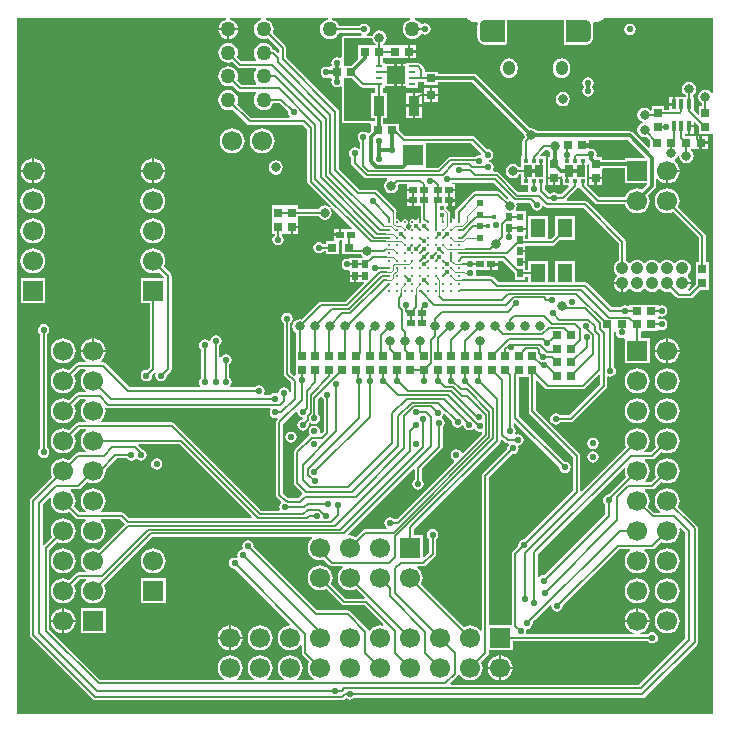
<source format=gbl>
G04 Layer_Physical_Order=4*
G04 Layer_Color=16711680*
%FSLAX43Y43*%
%MOMM*%
G71*
G01*
G75*
%ADD10C,0.175*%
%ADD11C,0.180*%
%ADD15R,0.650X0.500*%
%ADD27R,0.700X0.700*%
%ADD28R,0.550X0.600*%
%ADD29R,0.650X0.800*%
%ADD30R,0.500X0.650*%
%ADD32R,0.800X0.650*%
%ADD37C,0.200*%
%ADD38C,0.300*%
%ADD39C,0.125*%
%ADD41C,1.050*%
%ADD42R,1.700X1.700*%
%ADD43C,1.700*%
%ADD44R,1.700X1.700*%
G04:AMPARAMS|DCode=45|XSize=1.05mm|YSize=1.25mm|CornerRadius=0.525mm|HoleSize=0mm|Usage=FLASHONLY|Rotation=180.000|XOffset=0mm|YOffset=0mm|HoleType=Round|Shape=RoundedRectangle|*
%AMROUNDEDRECTD45*
21,1,1.050,0.200,0,0,180.0*
21,1,0.000,1.250,0,0,180.0*
1,1,1.050,0.000,0.100*
1,1,1.050,0.000,0.100*
1,1,1.050,0.000,-0.100*
1,1,1.050,0.000,-0.100*
%
%ADD45ROUNDEDRECTD45*%
G04:AMPARAMS|DCode=46|XSize=2.1mm|YSize=1.9mm|CornerRadius=0.494mm|HoleSize=0mm|Usage=FLASHONLY|Rotation=180.000|XOffset=0mm|YOffset=0mm|HoleType=Round|Shape=RoundedRectangle|*
%AMROUNDEDRECTD46*
21,1,2.100,0.912,0,0,180.0*
21,1,1.112,1.900,0,0,180.0*
1,1,0.988,-0.556,0.456*
1,1,0.988,0.556,0.456*
1,1,0.988,0.556,-0.456*
1,1,0.988,-0.556,-0.456*
%
%ADD46ROUNDEDRECTD46*%
%ADD47C,3.600*%
%ADD48C,0.550*%
%ADD49C,0.400*%
%ADD63R,1.300X1.600*%
%ADD64C,0.800*%
%ADD65C,1.270*%
%ADD66R,1.600X1.500*%
%ADD67R,0.600X0.250*%
%ADD68C,0.280*%
%ADD69R,0.720X1.050*%
%ADD70R,0.350X0.300*%
%ADD71R,0.350X0.850*%
%ADD72R,0.762X0.762*%
%ADD73R,0.950X1.750*%
G36*
X-2893Y-44121D02*
Y-53079D01*
X-6809Y-56994D01*
X-22739D01*
X-22787Y-56877D01*
X-22193Y-56282D01*
X-22129Y-56187D01*
X-22127Y-56178D01*
X-21992Y-56146D01*
X-21859Y-56319D01*
X-21640Y-56487D01*
X-21384Y-56593D01*
X-21110Y-56629D01*
X-20836Y-56593D01*
X-20580Y-56487D01*
X-20361Y-56319D01*
X-20193Y-56100D01*
X-20087Y-55844D01*
X-20051Y-55570D01*
X-20087Y-55296D01*
X-20185Y-55060D01*
X-19618Y-54492D01*
X-19554Y-54397D01*
X-19532Y-54285D01*
Y-54080D01*
X-17520D01*
Y-53323D01*
X-6075D01*
X-6042Y-53372D01*
X-5885Y-53477D01*
X-5700Y-53514D01*
X-5515Y-53477D01*
X-5358Y-53372D01*
X-5253Y-53215D01*
X-5216Y-53030D01*
X-5253Y-52845D01*
X-5358Y-52688D01*
X-5515Y-52583D01*
X-5700Y-52546D01*
X-5885Y-52583D01*
X-6042Y-52688D01*
X-6075Y-52737D01*
X-6676D01*
X-6696Y-52613D01*
X-6440Y-52507D01*
X-6221Y-52339D01*
X-6053Y-52120D01*
X-5947Y-51864D01*
X-5924Y-51690D01*
X-6970D01*
X-8016D01*
X-7993Y-51864D01*
X-7887Y-52120D01*
X-7719Y-52339D01*
X-7500Y-52507D01*
X-7244Y-52613D01*
X-7264Y-52737D01*
X-16329D01*
X-16397Y-52610D01*
X-16366Y-52450D01*
X-16376Y-52399D01*
X-16300Y-52284D01*
X-16280Y-52280D01*
X-16115Y-52247D01*
X-15958Y-52142D01*
X-15853Y-51985D01*
X-15816Y-51800D01*
X-15827Y-51742D01*
X-14346Y-50261D01*
X-14229Y-50323D01*
X-14234Y-50350D01*
X-14197Y-50535D01*
X-14092Y-50692D01*
X-13935Y-50797D01*
X-13750Y-50834D01*
X-13565Y-50797D01*
X-13408Y-50692D01*
X-13303Y-50535D01*
X-13266Y-50350D01*
X-13277Y-50292D01*
X-8504Y-45518D01*
X-7611D01*
X-7568Y-45645D01*
X-7719Y-45761D01*
X-7887Y-45980D01*
X-7993Y-46236D01*
X-8029Y-46510D01*
X-7993Y-46784D01*
X-7887Y-47040D01*
X-7719Y-47259D01*
X-7500Y-47427D01*
X-7244Y-47533D01*
X-6970Y-47569D01*
X-6696Y-47533D01*
X-6440Y-47427D01*
X-6221Y-47259D01*
X-6053Y-47040D01*
X-5947Y-46784D01*
X-5911Y-46510D01*
X-5947Y-46236D01*
X-6053Y-45980D01*
X-6221Y-45761D01*
X-6372Y-45645D01*
X-6329Y-45518D01*
X-5685D01*
X-5573Y-45496D01*
X-5478Y-45432D01*
X-4940Y-44895D01*
X-4704Y-44993D01*
X-4430Y-45029D01*
X-4156Y-44993D01*
X-3900Y-44887D01*
X-3681Y-44719D01*
X-3513Y-44500D01*
X-3407Y-44244D01*
X-3371Y-43970D01*
X-3393Y-43801D01*
X-3273Y-43742D01*
X-2893Y-44121D01*
D02*
G37*
G36*
X-6282Y-12323D02*
X-6331Y-12440D01*
X-8020D01*
Y-12543D01*
X-9975D01*
Y-12300D01*
X-10326D01*
X-10430Y-12173D01*
X-10416Y-12100D01*
X-10453Y-11915D01*
X-10558Y-11758D01*
X-10715Y-11653D01*
X-10900Y-11616D01*
X-10952Y-11626D01*
X-11050Y-11545D01*
Y-11375D01*
X-11650D01*
Y-11175D01*
X-11050D01*
Y-10857D01*
X-7748D01*
X-6282Y-12323D01*
D02*
G37*
G36*
X-8004Y-38698D02*
X-8029Y-38890D01*
X-7993Y-39164D01*
X-7895Y-39401D01*
X-9388Y-40893D01*
X-9400Y-40891D01*
X-9585Y-40928D01*
X-9742Y-41033D01*
X-9847Y-41190D01*
X-9884Y-41375D01*
X-9847Y-41560D01*
X-9742Y-41717D01*
X-9693Y-41750D01*
Y-42579D01*
X-14842Y-47727D01*
X-14900Y-47716D01*
X-15085Y-47753D01*
X-15242Y-47858D01*
X-15255Y-47876D01*
X-15382Y-47838D01*
Y-45896D01*
X-8124Y-38639D01*
X-8004Y-38698D01*
D02*
G37*
G36*
X-51850Y-33558D02*
X-51737Y-33581D01*
X-38077D01*
X-38009Y-33708D01*
X-38047Y-33765D01*
X-38084Y-33950D01*
X-38047Y-34135D01*
X-37942Y-34292D01*
X-37785Y-34397D01*
X-37600Y-34434D01*
X-37467Y-34408D01*
X-37405Y-34525D01*
X-37475Y-34595D01*
X-37539Y-34690D01*
X-37561Y-34803D01*
Y-40932D01*
X-37539Y-41044D01*
X-37475Y-41139D01*
X-37102Y-41512D01*
X-37115Y-41639D01*
X-37142Y-41658D01*
X-37247Y-41815D01*
X-37284Y-42000D01*
X-37256Y-42142D01*
X-37332Y-42269D01*
X-38793D01*
X-46195Y-34868D01*
X-46290Y-34804D01*
X-46402Y-34782D01*
X-52363D01*
X-52406Y-34655D01*
X-52281Y-34559D01*
X-52113Y-34340D01*
X-52007Y-34084D01*
X-51971Y-33810D01*
X-51997Y-33613D01*
X-51879Y-33539D01*
X-51850Y-33558D01*
D02*
G37*
G36*
X-30416Y-6366D02*
X-30416Y-6366D01*
X-30317Y-6433D01*
X-30200Y-6456D01*
X-30200Y-6456D01*
X-29325D01*
Y-6475D01*
X-29131D01*
Y-6900D01*
X-29500D01*
Y-9050D01*
X-29182D01*
Y-9275D01*
X-31790D01*
Y-5675D01*
X-31108D01*
X-30416Y-6366D01*
D02*
G37*
G36*
X-18157Y-36482D02*
X-18062Y-36546D01*
X-17950Y-36568D01*
X-17920D01*
X-17868Y-36695D01*
X-17947Y-36815D01*
X-17984Y-37000D01*
X-17973Y-37058D01*
X-20032Y-39118D01*
X-20096Y-39213D01*
X-20118Y-39325D01*
Y-52389D01*
X-20245Y-52432D01*
X-20361Y-52281D01*
X-20580Y-52113D01*
X-20836Y-52007D01*
X-21110Y-51971D01*
X-21384Y-52007D01*
X-21620Y-52105D01*
X-25265Y-48460D01*
X-25167Y-48224D01*
X-25131Y-47950D01*
X-25167Y-47676D01*
X-25273Y-47420D01*
X-25441Y-47201D01*
X-25579Y-47095D01*
X-25536Y-46968D01*
X-25075D01*
X-24963Y-46946D01*
X-24868Y-46882D01*
X-24093Y-46107D01*
X-24029Y-46012D01*
X-24007Y-45900D01*
Y-44675D01*
X-23958Y-44642D01*
X-23853Y-44485D01*
X-23816Y-44300D01*
X-23853Y-44115D01*
X-23958Y-43958D01*
X-24115Y-43853D01*
X-24300Y-43816D01*
X-24485Y-43853D01*
X-24642Y-43958D01*
X-24747Y-44115D01*
X-24784Y-44300D01*
X-24747Y-44485D01*
X-24642Y-44642D01*
X-24593Y-44675D01*
Y-45779D01*
X-25023Y-46208D01*
X-25140Y-46160D01*
Y-44360D01*
X-25897D01*
Y-43811D01*
X-18630Y-36545D01*
X-18567Y-36450D01*
X-18544Y-36338D01*
Y-36261D01*
X-18427Y-36212D01*
X-18157Y-36482D01*
D02*
G37*
G36*
X-20179Y-12004D02*
X-20182Y-12079D01*
X-20308Y-12174D01*
X-20350Y-12166D01*
X-20535Y-12203D01*
X-20692Y-12308D01*
X-20700Y-12319D01*
X-22812D01*
X-22925Y-12342D01*
X-23020Y-12405D01*
X-23846Y-13232D01*
X-24772D01*
X-24875Y-13175D01*
Y-11161D01*
X-21022D01*
X-20179Y-12004D01*
D02*
G37*
G36*
X-56598Y-41192D02*
X-56629Y-41430D01*
X-56593Y-41704D01*
X-56487Y-41960D01*
X-56319Y-42179D01*
X-56100Y-42347D01*
X-55844Y-42453D01*
X-55570Y-42489D01*
X-55296Y-42453D01*
X-55060Y-42355D01*
X-54507Y-42907D01*
X-54412Y-42971D01*
X-54300Y-42993D01*
X-53690D01*
X-53647Y-43120D01*
X-53779Y-43221D01*
X-53947Y-43440D01*
X-54053Y-43696D01*
X-54089Y-43970D01*
X-54053Y-44244D01*
X-53947Y-44500D01*
X-53779Y-44719D01*
X-53560Y-44887D01*
X-53304Y-44993D01*
X-53030Y-45029D01*
X-52756Y-44993D01*
X-52500Y-44887D01*
X-52281Y-44719D01*
X-52113Y-44500D01*
X-52007Y-44244D01*
X-51971Y-43970D01*
X-52007Y-43696D01*
X-52113Y-43440D01*
X-52281Y-43221D01*
X-52413Y-43120D01*
X-52370Y-42993D01*
X-50721D01*
X-50325Y-43390D01*
X-52520Y-45585D01*
X-52756Y-45487D01*
X-53030Y-45451D01*
X-53304Y-45487D01*
X-53560Y-45593D01*
X-53779Y-45761D01*
X-53947Y-45980D01*
X-54053Y-46236D01*
X-54089Y-46510D01*
X-54053Y-46784D01*
X-53947Y-47040D01*
X-53779Y-47259D01*
X-53654Y-47355D01*
X-53697Y-47482D01*
X-54295D01*
X-54407Y-47504D01*
X-54502Y-47568D01*
X-55060Y-48125D01*
X-55296Y-48027D01*
X-55570Y-47991D01*
X-55844Y-48027D01*
X-56100Y-48133D01*
X-56319Y-48301D01*
X-56487Y-48520D01*
X-56593Y-48776D01*
X-56629Y-49050D01*
X-56593Y-49324D01*
X-56487Y-49580D01*
X-56319Y-49799D01*
X-56100Y-49967D01*
X-55844Y-50073D01*
X-55570Y-50109D01*
X-55296Y-50073D01*
X-55040Y-49967D01*
X-54821Y-49799D01*
X-54653Y-49580D01*
X-54547Y-49324D01*
X-54511Y-49050D01*
X-54547Y-48776D01*
X-54645Y-48540D01*
X-54174Y-48068D01*
X-53684D01*
X-53641Y-48195D01*
X-53779Y-48301D01*
X-53947Y-48520D01*
X-54053Y-48776D01*
X-54089Y-49050D01*
X-54053Y-49324D01*
X-53947Y-49580D01*
X-53779Y-49799D01*
X-53560Y-49967D01*
X-53304Y-50073D01*
X-53030Y-50109D01*
X-52756Y-50073D01*
X-52500Y-49967D01*
X-52281Y-49799D01*
X-52113Y-49580D01*
X-52007Y-49324D01*
X-51971Y-49050D01*
X-52007Y-48776D01*
X-52105Y-48540D01*
X-48059Y-44493D01*
X-34537D01*
X-34497Y-44613D01*
X-34559Y-44661D01*
X-34727Y-44880D01*
X-34833Y-45136D01*
X-34869Y-45410D01*
X-34833Y-45684D01*
X-34727Y-45940D01*
X-34559Y-46159D01*
X-34340Y-46327D01*
X-34084Y-46433D01*
X-33810Y-46469D01*
X-33536Y-46433D01*
X-33515Y-46424D01*
X-33032Y-46907D01*
X-32937Y-46971D01*
X-32825Y-46993D01*
X-31956D01*
X-31913Y-47120D01*
X-32019Y-47201D01*
X-32187Y-47420D01*
X-32293Y-47676D01*
X-32329Y-47950D01*
X-32293Y-48224D01*
X-32187Y-48480D01*
X-32019Y-48699D01*
X-31800Y-48867D01*
X-31544Y-48973D01*
X-31270Y-49009D01*
X-30996Y-48973D01*
X-30759Y-48875D01*
X-30045Y-49590D01*
X-30094Y-49707D01*
X-31639D01*
X-32885Y-48460D01*
X-32787Y-48224D01*
X-32751Y-47950D01*
X-32787Y-47676D01*
X-32893Y-47420D01*
X-33061Y-47201D01*
X-33280Y-47033D01*
X-33536Y-46927D01*
X-33810Y-46891D01*
X-34084Y-46927D01*
X-34340Y-47033D01*
X-34559Y-47201D01*
X-34727Y-47420D01*
X-34833Y-47676D01*
X-34869Y-47950D01*
X-34833Y-48224D01*
X-34727Y-48480D01*
X-34559Y-48699D01*
X-34340Y-48867D01*
X-34084Y-48973D01*
X-33810Y-49009D01*
X-33536Y-48973D01*
X-33299Y-48875D01*
X-31967Y-50207D01*
X-31872Y-50271D01*
X-31760Y-50293D01*
X-30046D01*
X-28461Y-51878D01*
X-28521Y-51999D01*
X-28730Y-51971D01*
X-29004Y-52007D01*
X-29260Y-52113D01*
X-29479Y-52281D01*
X-29592Y-52428D01*
X-29727Y-52396D01*
X-29729Y-52388D01*
X-29793Y-52293D01*
X-31293Y-50793D01*
X-31388Y-50729D01*
X-31500Y-50707D01*
X-34063D01*
X-39470Y-45301D01*
X-39458Y-45242D01*
X-39495Y-45057D01*
X-39600Y-44900D01*
X-39757Y-44795D01*
X-39942Y-44758D01*
X-40128Y-44795D01*
X-40285Y-44900D01*
X-40390Y-45057D01*
X-40427Y-45242D01*
X-40390Y-45428D01*
X-40384Y-45437D01*
X-40442Y-45578D01*
X-40528Y-45595D01*
X-40685Y-45700D01*
X-40790Y-45857D01*
X-40827Y-46042D01*
X-40801Y-46171D01*
X-40834Y-46211D01*
X-40906Y-46265D01*
X-41067Y-46233D01*
X-41253Y-46270D01*
X-41410Y-46375D01*
X-41515Y-46532D01*
X-41552Y-46717D01*
X-41515Y-46903D01*
X-41410Y-47060D01*
X-41253Y-47165D01*
X-41067Y-47202D01*
X-41009Y-47190D01*
X-36350Y-51849D01*
X-36401Y-51978D01*
X-36624Y-52007D01*
X-36880Y-52113D01*
X-37099Y-52281D01*
X-37267Y-52500D01*
X-37373Y-52756D01*
X-37409Y-53030D01*
X-37373Y-53304D01*
X-37267Y-53560D01*
X-37099Y-53779D01*
X-36880Y-53947D01*
X-36624Y-54053D01*
X-36350Y-54089D01*
X-36076Y-54053D01*
X-35820Y-53947D01*
X-35601Y-53779D01*
X-35520Y-53673D01*
X-35393Y-53716D01*
Y-54280D01*
X-35371Y-54392D01*
X-35307Y-54487D01*
X-34735Y-55060D01*
X-34833Y-55296D01*
X-34869Y-55570D01*
X-34833Y-55844D01*
X-34727Y-56100D01*
X-34559Y-56319D01*
X-34349Y-56480D01*
X-34349Y-56494D01*
X-34427Y-56607D01*
X-35733D01*
X-35811Y-56494D01*
X-35811Y-56480D01*
X-35601Y-56319D01*
X-35433Y-56100D01*
X-35327Y-55844D01*
X-35291Y-55570D01*
X-35327Y-55296D01*
X-35433Y-55040D01*
X-35601Y-54821D01*
X-35820Y-54653D01*
X-36076Y-54547D01*
X-36350Y-54511D01*
X-36624Y-54547D01*
X-36880Y-54653D01*
X-37099Y-54821D01*
X-37267Y-55040D01*
X-37373Y-55296D01*
X-37409Y-55570D01*
X-37373Y-55844D01*
X-37267Y-56100D01*
X-37099Y-56319D01*
X-36889Y-56480D01*
X-36889Y-56494D01*
X-36967Y-56607D01*
X-38273D01*
X-38351Y-56494D01*
X-38351Y-56480D01*
X-38141Y-56319D01*
X-37973Y-56100D01*
X-37867Y-55844D01*
X-37831Y-55570D01*
X-37867Y-55296D01*
X-37973Y-55040D01*
X-38141Y-54821D01*
X-38360Y-54653D01*
X-38616Y-54547D01*
X-38890Y-54511D01*
X-39164Y-54547D01*
X-39420Y-54653D01*
X-39639Y-54821D01*
X-39807Y-55040D01*
X-39913Y-55296D01*
X-39949Y-55570D01*
X-39913Y-55844D01*
X-39807Y-56100D01*
X-39639Y-56319D01*
X-39429Y-56480D01*
X-39429Y-56494D01*
X-39507Y-56607D01*
X-40813D01*
X-40891Y-56494D01*
X-40891Y-56480D01*
X-40681Y-56319D01*
X-40513Y-56100D01*
X-40407Y-55844D01*
X-40371Y-55570D01*
X-40407Y-55296D01*
X-40513Y-55040D01*
X-40681Y-54821D01*
X-40900Y-54653D01*
X-41156Y-54547D01*
X-41430Y-54511D01*
X-41704Y-54547D01*
X-41960Y-54653D01*
X-42179Y-54821D01*
X-42347Y-55040D01*
X-42453Y-55296D01*
X-42489Y-55570D01*
X-42453Y-55844D01*
X-42347Y-56100D01*
X-42179Y-56319D01*
X-41969Y-56480D01*
X-41969Y-56494D01*
X-42047Y-56607D01*
X-52454D01*
X-56757Y-52304D01*
Y-45571D01*
X-56081Y-44895D01*
X-55844Y-44993D01*
X-55570Y-45029D01*
X-55296Y-44993D01*
X-55040Y-44887D01*
X-54821Y-44719D01*
X-54653Y-44500D01*
X-54547Y-44244D01*
X-54511Y-43970D01*
X-54547Y-43696D01*
X-54653Y-43440D01*
X-54821Y-43221D01*
X-55040Y-43053D01*
X-55296Y-42947D01*
X-55570Y-42911D01*
X-55844Y-42947D01*
X-56100Y-43053D01*
X-56319Y-43221D01*
X-56487Y-43440D01*
X-56593Y-43696D01*
X-56629Y-43970D01*
X-56593Y-44244D01*
X-56495Y-44480D01*
X-57180Y-45165D01*
X-57307Y-45113D01*
Y-41721D01*
X-56711Y-41125D01*
X-56598Y-41192D01*
D02*
G37*
G36*
X-17893Y-15722D02*
X-17932Y-15862D01*
X-17997Y-15878D01*
X-18558Y-15318D01*
X-18653Y-15254D01*
X-18765Y-15232D01*
X-20675D01*
X-20787Y-15254D01*
X-20882Y-15318D01*
X-22307Y-16743D01*
X-22371Y-16838D01*
X-22393Y-16950D01*
Y-17544D01*
X-22455Y-17577D01*
X-22520Y-17595D01*
X-22617Y-17530D01*
X-22750Y-17503D01*
X-22807Y-17456D01*
Y-17075D01*
X-22807Y-17075D01*
X-22828Y-16973D01*
X-22886Y-16886D01*
X-22886Y-16886D01*
X-23122Y-16649D01*
X-23117Y-16625D01*
X-23127Y-16577D01*
X-23025Y-16453D01*
Y-16000D01*
X-22925D01*
Y-15900D01*
X-22400D01*
Y-15677D01*
X-22400Y-15550D01*
X-22400D01*
Y-15550D01*
X-22400D01*
Y-15200D01*
X-22925D01*
Y-15000D01*
X-22400D01*
Y-14650D01*
X-22560D01*
X-22577Y-14637D01*
X-22625Y-14523D01*
X-22596Y-14493D01*
X-19121D01*
X-17893Y-15722D01*
D02*
G37*
G36*
X-14403Y-11863D02*
X-14327Y-11913D01*
Y-12300D01*
X-14525D01*
Y-13500D01*
X-14525D01*
Y-13500D01*
X-14525D01*
Y-14000D01*
X-13475D01*
Y-13992D01*
X-13355Y-13902D01*
X-13300Y-13919D01*
Y-14225D01*
X-13275D01*
Y-14725D01*
X-12799D01*
X-12750Y-14842D01*
X-13402Y-15494D01*
X-13633D01*
X-13658Y-15458D01*
X-13815Y-15353D01*
X-14000Y-15316D01*
X-14185Y-15353D01*
X-14342Y-15458D01*
X-14461Y-15406D01*
X-14794Y-15073D01*
Y-14725D01*
X-14725D01*
Y-14225D01*
X-14700D01*
Y-12775D01*
X-14725D01*
Y-12275D01*
X-15126D01*
X-15175Y-12158D01*
X-14753Y-11736D01*
X-14487D01*
X-14403Y-11863D01*
D02*
G37*
G36*
X-17350Y-22140D02*
Y-22700D01*
X-16450D01*
Y-22468D01*
X-16250D01*
Y-22944D01*
X-18716D01*
X-19143Y-22518D01*
X-19238Y-22454D01*
X-19350Y-22432D01*
X-20559D01*
X-20642Y-22305D01*
X-20616Y-22175D01*
X-20650Y-22002D01*
X-20644Y-21968D01*
X-20594Y-21875D01*
X-19425D01*
Y-21425D01*
X-19325D01*
Y-21325D01*
X-18800D01*
Y-21093D01*
X-18396D01*
X-17350Y-22140D01*
D02*
G37*
G36*
X-16143Y-33850D02*
X-16121Y-33962D01*
X-16057Y-34057D01*
X-12393Y-37721D01*
Y-40579D01*
X-16517Y-44702D01*
X-16575Y-44691D01*
X-16760Y-44728D01*
X-16917Y-44833D01*
X-17022Y-44990D01*
X-17059Y-45175D01*
X-17048Y-45233D01*
X-17507Y-45693D01*
X-17571Y-45788D01*
X-17593Y-45900D01*
Y-51980D01*
X-19532D01*
Y-39446D01*
X-17558Y-37473D01*
X-17500Y-37484D01*
X-17315Y-37447D01*
X-17158Y-37342D01*
X-17053Y-37185D01*
X-17016Y-37000D01*
X-17040Y-36877D01*
X-17046Y-36810D01*
X-16950Y-36739D01*
X-16865Y-36722D01*
X-16708Y-36617D01*
X-16603Y-36460D01*
X-16566Y-36275D01*
X-16603Y-36090D01*
X-16708Y-35933D01*
X-16865Y-35828D01*
X-17050Y-35791D01*
X-17217Y-35824D01*
X-17263Y-35783D01*
X-17301Y-35721D01*
X-17278Y-35685D01*
X-17241Y-35500D01*
X-17278Y-35315D01*
X-17383Y-35158D01*
X-17432Y-35125D01*
Y-34861D01*
X-17315Y-34813D01*
X-13573Y-38554D01*
X-13584Y-38613D01*
X-13547Y-38798D01*
X-13442Y-38955D01*
X-13285Y-39060D01*
X-13100Y-39097D01*
X-12915Y-39060D01*
X-12758Y-38955D01*
X-12653Y-38798D01*
X-12616Y-38613D01*
X-12653Y-38427D01*
X-12758Y-38270D01*
X-12915Y-38165D01*
X-13100Y-38128D01*
X-13158Y-38140D01*
X-17007Y-34291D01*
Y-30975D01*
X-16475D01*
Y-30975D01*
X-16375D01*
Y-30975D01*
X-16143D01*
Y-33850D01*
D02*
G37*
G36*
X-22642Y-34686D02*
X-22659Y-34775D01*
X-22622Y-34960D01*
X-22517Y-35117D01*
X-22360Y-35222D01*
X-22175Y-35259D01*
X-21990Y-35222D01*
X-21833Y-35117D01*
X-21778Y-35036D01*
X-21643Y-35063D01*
X-21623Y-35162D01*
X-21518Y-35319D01*
X-21361Y-35424D01*
X-21176Y-35461D01*
X-20991Y-35424D01*
X-20873Y-35346D01*
X-20831Y-35320D01*
X-20715Y-35371D01*
X-20667Y-35442D01*
X-20510Y-35547D01*
X-20325Y-35584D01*
X-20233Y-35566D01*
X-20128Y-35648D01*
X-20122Y-35783D01*
X-21707Y-37368D01*
X-21850Y-37331D01*
X-21933Y-37208D01*
X-22090Y-37103D01*
X-22275Y-37066D01*
X-22460Y-37103D01*
X-22617Y-37208D01*
X-22722Y-37365D01*
X-22759Y-37550D01*
X-22722Y-37735D01*
X-22617Y-37892D01*
X-22494Y-37975D01*
X-22457Y-38118D01*
X-27346Y-43007D01*
X-27525D01*
X-27558Y-42958D01*
X-27715Y-42853D01*
X-27900Y-42816D01*
X-28085Y-42853D01*
X-28242Y-42958D01*
X-28347Y-43115D01*
X-28384Y-43300D01*
X-28347Y-43485D01*
X-28242Y-43642D01*
X-28149Y-43705D01*
X-28188Y-43832D01*
X-29985D01*
X-30097Y-43854D01*
X-30192Y-43918D01*
X-30759Y-44485D01*
X-30996Y-44387D01*
X-31270Y-44351D01*
X-31370Y-44364D01*
X-31429Y-44244D01*
X-25935Y-38750D01*
X-25818Y-38799D01*
Y-39625D01*
X-25867Y-39658D01*
X-25972Y-39815D01*
X-26009Y-40000D01*
X-25972Y-40185D01*
X-25867Y-40342D01*
X-25710Y-40447D01*
X-25525Y-40484D01*
X-25340Y-40447D01*
X-25183Y-40342D01*
X-25078Y-40185D01*
X-25041Y-40000D01*
X-25078Y-39815D01*
X-25183Y-39658D01*
X-25232Y-39625D01*
Y-38746D01*
X-23543Y-37057D01*
X-23479Y-36962D01*
X-23457Y-36850D01*
Y-35226D01*
X-23409Y-35194D01*
X-23304Y-35037D01*
X-23267Y-34852D01*
X-23304Y-34666D01*
X-23409Y-34509D01*
X-23500Y-34448D01*
X-23531Y-34325D01*
X-23518Y-34295D01*
X-23428Y-34160D01*
X-23414Y-34093D01*
X-23276Y-34052D01*
X-22642Y-34686D01*
D02*
G37*
G36*
X-39549Y-42802D02*
X-39598Y-42919D01*
X-49966D01*
X-50393Y-42493D01*
X-50488Y-42429D01*
X-50600Y-42407D01*
X-52370D01*
X-52413Y-42280D01*
X-52281Y-42179D01*
X-52113Y-41960D01*
X-52007Y-41704D01*
X-51971Y-41430D01*
X-52007Y-41156D01*
X-52113Y-40900D01*
X-52281Y-40681D01*
X-52500Y-40513D01*
X-52756Y-40407D01*
X-53030Y-40371D01*
X-53304Y-40407D01*
X-53560Y-40513D01*
X-53779Y-40681D01*
X-53947Y-40900D01*
X-54053Y-41156D01*
X-54089Y-41430D01*
X-54053Y-41704D01*
X-53947Y-41960D01*
X-53779Y-42179D01*
X-53647Y-42280D01*
X-53690Y-42407D01*
X-54179D01*
X-54645Y-41940D01*
X-54547Y-41704D01*
X-54511Y-41430D01*
X-54547Y-41156D01*
X-54653Y-40900D01*
X-54821Y-40681D01*
X-54953Y-40580D01*
X-54910Y-40453D01*
X-54300D01*
X-54188Y-40431D01*
X-54093Y-40367D01*
X-53541Y-39815D01*
X-53304Y-39913D01*
X-53030Y-39949D01*
X-52756Y-39913D01*
X-52500Y-39807D01*
X-52281Y-39639D01*
X-52113Y-39420D01*
X-52007Y-39164D01*
X-51971Y-38890D01*
X-51983Y-38798D01*
X-51029Y-37843D01*
X-50175D01*
X-50142Y-37892D01*
X-49985Y-37997D01*
X-49800Y-38034D01*
X-49615Y-37997D01*
X-49466Y-37898D01*
X-49428Y-37883D01*
X-49347D01*
X-49309Y-37898D01*
X-49160Y-37997D01*
X-48975Y-38034D01*
X-48790Y-37997D01*
X-48633Y-37892D01*
X-48528Y-37735D01*
X-48491Y-37550D01*
X-48528Y-37365D01*
X-48633Y-37208D01*
X-48790Y-37103D01*
X-48906Y-37079D01*
X-49215Y-36770D01*
X-49163Y-36643D01*
X-45708D01*
X-39549Y-42802D01*
D02*
G37*
G36*
X-11025Y-12949D02*
X-11025Y-13500D01*
X-11025Y-13627D01*
Y-14000D01*
X-9975D01*
Y-13627D01*
X-9975Y-13500D01*
X-9975Y-13347D01*
X-9885Y-13257D01*
X-8020D01*
Y-14540D01*
X-6172D01*
X-6120Y-14667D01*
X-6529Y-15076D01*
X-6696Y-15007D01*
X-6970Y-14971D01*
X-7244Y-15007D01*
X-7500Y-15113D01*
X-7719Y-15281D01*
X-7887Y-15500D01*
X-7980Y-15724D01*
X-10193D01*
X-11225Y-14692D01*
Y-14225D01*
X-11200D01*
Y-12978D01*
X-11073Y-12914D01*
X-11025Y-12949D01*
D02*
G37*
G36*
X-33660Y-32654D02*
X-33567Y-32792D01*
X-33518Y-32825D01*
Y-35554D01*
X-33682Y-35718D01*
X-33827Y-35686D01*
X-33839Y-35667D01*
X-33816Y-35550D01*
X-33853Y-35365D01*
X-33958Y-35208D01*
X-34115Y-35103D01*
X-34300Y-35066D01*
X-34485Y-35103D01*
X-34642Y-35208D01*
X-34747Y-35365D01*
X-34784Y-35550D01*
X-34747Y-35735D01*
X-34680Y-35837D01*
X-34745Y-35880D01*
X-35970Y-37105D01*
X-36033Y-37200D01*
X-36056Y-37312D01*
Y-39912D01*
X-36033Y-40025D01*
X-35970Y-40120D01*
X-35328Y-40762D01*
X-35340Y-40888D01*
X-35347Y-40893D01*
X-35673Y-41219D01*
X-36472D01*
X-36476Y-41217D01*
X-36588Y-41194D01*
X-36591D01*
X-36975Y-40811D01*
Y-34924D01*
X-35873Y-33823D01*
X-35756Y-33885D01*
X-35759Y-33900D01*
X-35722Y-34085D01*
X-35617Y-34242D01*
X-35460Y-34347D01*
X-35365Y-34366D01*
X-35362Y-34368D01*
X-35304Y-34508D01*
X-35315Y-34524D01*
X-35460Y-34553D01*
X-35617Y-34658D01*
X-35722Y-34815D01*
X-35759Y-35000D01*
X-35722Y-35185D01*
X-35617Y-35342D01*
X-35460Y-35447D01*
X-35275Y-35484D01*
X-35090Y-35447D01*
X-34933Y-35342D01*
X-34828Y-35185D01*
X-34791Y-35000D01*
X-34802Y-34942D01*
X-34652Y-34792D01*
X-34642Y-34792D01*
X-34485Y-34897D01*
X-34300Y-34934D01*
X-34115Y-34897D01*
X-33958Y-34792D01*
X-33853Y-34635D01*
X-33816Y-34450D01*
X-33853Y-34265D01*
X-33958Y-34108D01*
X-34007Y-34075D01*
Y-32821D01*
X-33797Y-32611D01*
X-33660Y-32654D01*
D02*
G37*
G36*
X-33183Y-682D02*
X-33218Y-686D01*
X-33421Y-771D01*
X-33596Y-904D01*
X-33729Y-1079D01*
X-33814Y-1282D01*
X-33842Y-1500D01*
X-33814Y-1718D01*
X-33729Y-1921D01*
X-33596Y-2096D01*
X-33421Y-2229D01*
X-33218Y-2314D01*
X-33000Y-2342D01*
X-32782Y-2314D01*
X-32579Y-2229D01*
X-32404Y-2096D01*
X-32271Y-1921D01*
X-32228Y-1818D01*
X-30450D01*
X-30417Y-1867D01*
X-30303Y-1944D01*
X-30341Y-2071D01*
X-31790D01*
X-31868Y-2087D01*
X-31934Y-2131D01*
X-31978Y-2197D01*
X-31994Y-2275D01*
Y-3897D01*
X-32121Y-3965D01*
X-32215Y-3903D01*
X-32400Y-3866D01*
X-32585Y-3903D01*
X-32742Y-4008D01*
X-32847Y-4165D01*
X-32884Y-4350D01*
X-32855Y-4498D01*
X-32929Y-4625D01*
X-33000D01*
Y-4644D01*
X-33093Y-4694D01*
X-33127Y-4700D01*
X-33300Y-4666D01*
X-33485Y-4703D01*
X-33642Y-4808D01*
X-33747Y-4965D01*
X-33784Y-5150D01*
X-33747Y-5335D01*
X-33642Y-5492D01*
X-33485Y-5597D01*
X-33300Y-5634D01*
X-33127Y-5600D01*
X-33093Y-5606D01*
X-33000Y-5656D01*
Y-5675D01*
X-32929D01*
X-32855Y-5802D01*
X-32884Y-5950D01*
X-32847Y-6135D01*
X-32742Y-6292D01*
X-32585Y-6397D01*
X-32400Y-6434D01*
X-32215Y-6397D01*
X-32121Y-6335D01*
X-31994Y-6403D01*
Y-9275D01*
X-31978Y-9353D01*
X-31934Y-9419D01*
X-31868Y-9463D01*
X-31790Y-9479D01*
X-29618D01*
X-29500Y-9500D01*
Y-10120D01*
X-29698Y-10318D01*
X-29808Y-10308D01*
X-29965Y-10203D01*
X-30150Y-10166D01*
X-30335Y-10203D01*
X-30492Y-10308D01*
X-30597Y-10465D01*
X-30634Y-10650D01*
X-30597Y-10835D01*
X-30492Y-10992D01*
X-30443Y-11025D01*
Y-11600D01*
X-30512Y-11635D01*
X-30570Y-11649D01*
X-30715Y-11553D01*
X-30900Y-11516D01*
X-31085Y-11553D01*
X-31242Y-11658D01*
X-31347Y-11815D01*
X-31384Y-12000D01*
X-31347Y-12185D01*
X-31242Y-12342D01*
X-31193Y-12375D01*
Y-12835D01*
X-31171Y-12947D01*
X-31107Y-13042D01*
X-30092Y-14057D01*
X-29997Y-14121D01*
X-29885Y-14143D01*
X-28163D01*
X-28124Y-14270D01*
X-28233Y-14342D01*
X-28365Y-14541D01*
X-28412Y-14775D01*
X-28365Y-15009D01*
X-28233Y-15208D01*
X-28034Y-15340D01*
X-27800Y-15387D01*
X-27566Y-15340D01*
X-27367Y-15208D01*
X-27235Y-15009D01*
X-27188Y-14775D01*
X-27200Y-14716D01*
X-27119Y-14618D01*
X-26614D01*
X-26500Y-14650D01*
Y-15000D01*
X-25975D01*
Y-15200D01*
X-26500D01*
Y-15550D01*
X-26500D01*
Y-15550D01*
X-26500D01*
Y-15900D01*
X-25975D01*
Y-16000D01*
X-25875D01*
Y-16450D01*
X-25281D01*
Y-17446D01*
X-25350Y-17503D01*
X-25483Y-17530D01*
X-25595Y-17605D01*
X-25649Y-17686D01*
X-25759Y-17699D01*
X-25794Y-17692D01*
X-25813Y-17663D01*
X-25899Y-17606D01*
X-26000Y-17586D01*
X-26101Y-17606D01*
X-26187Y-17663D01*
X-26244Y-17749D01*
X-26264Y-17850D01*
X-26244Y-17951D01*
X-26187Y-18037D01*
X-26101Y-18094D01*
X-26068Y-18101D01*
X-26083Y-18175D01*
X-26068Y-18249D01*
X-26101Y-18256D01*
X-26187Y-18313D01*
X-26244Y-18399D01*
X-26258Y-18472D01*
X-26388Y-18472D01*
X-26403Y-18398D01*
X-26461Y-18311D01*
X-26548Y-18223D01*
X-26548Y-18185D01*
X-26518Y-18074D01*
X-26463Y-18037D01*
X-26406Y-17951D01*
X-26386Y-17850D01*
X-26406Y-17749D01*
X-26463Y-17663D01*
X-26549Y-17606D01*
X-26650Y-17586D01*
X-26751Y-17606D01*
X-26837Y-17663D01*
X-26894Y-17749D01*
X-26902Y-17788D01*
X-26907Y-17791D01*
X-27021Y-17798D01*
X-27041Y-17788D01*
X-27050Y-17780D01*
X-27056Y-17749D01*
X-27113Y-17663D01*
X-27199Y-17606D01*
X-27300Y-17586D01*
X-27357Y-17539D01*
Y-17042D01*
X-27354Y-17037D01*
X-27332Y-16925D01*
X-27354Y-16813D01*
X-27418Y-16718D01*
X-28943Y-15193D01*
X-29038Y-15129D01*
X-29150Y-15107D01*
X-30454D01*
X-32232Y-13329D01*
Y-8475D01*
X-32254Y-8363D01*
X-32318Y-8268D01*
X-36675Y-3911D01*
Y-3132D01*
X-36697Y-3020D01*
X-36761Y-2925D01*
X-37840Y-1846D01*
X-37786Y-1718D01*
X-37758Y-1500D01*
X-37786Y-1282D01*
X-37871Y-1079D01*
X-38004Y-904D01*
X-38179Y-771D01*
X-38382Y-686D01*
X-38417Y-682D01*
X-38409Y-555D01*
X-33191D01*
X-33183Y-682D01*
D02*
G37*
G36*
X-11352Y-729D02*
X-11299Y-736D01*
X-11246Y-751D01*
X-11203Y-767D01*
X-11161Y-787D01*
X-11117Y-815D01*
X-11079Y-844D01*
X-11040Y-878D01*
X-11011Y-914D01*
X-10983Y-951D01*
X-10959Y-992D01*
X-10939Y-1034D01*
X-10923Y-1076D01*
X-10911Y-1127D01*
X-10904Y-1172D01*
X-10900Y-1225D01*
Y-2125D01*
X-10904Y-2180D01*
X-10912Y-2225D01*
X-10924Y-2275D01*
X-10940Y-2315D01*
X-10953Y-2348D01*
X-10978Y-2391D01*
X-11004Y-2428D01*
X-11035Y-2466D01*
X-11080Y-2507D01*
X-11120Y-2537D01*
X-11166Y-2566D01*
X-11219Y-2590D01*
X-11306Y-2616D01*
X-11400Y-2625D01*
X-13000D01*
Y-725D01*
X-11400D01*
X-11352Y-729D01*
D02*
G37*
G36*
X-38783Y-682D02*
X-38818Y-686D01*
X-39021Y-771D01*
X-39196Y-904D01*
X-39329Y-1079D01*
X-39414Y-1282D01*
X-39442Y-1500D01*
X-39414Y-1718D01*
X-39329Y-1921D01*
X-39196Y-2096D01*
X-39021Y-2229D01*
X-38818Y-2314D01*
X-38600Y-2342D01*
X-38382Y-2314D01*
X-38254Y-2260D01*
X-37261Y-3253D01*
Y-3508D01*
X-37379Y-3557D01*
X-37643Y-3293D01*
X-37738Y-3229D01*
X-37815Y-3214D01*
X-37871Y-3079D01*
X-38004Y-2904D01*
X-38179Y-2771D01*
X-38382Y-2686D01*
X-38600Y-2658D01*
X-38818Y-2686D01*
X-39021Y-2771D01*
X-39196Y-2904D01*
X-39329Y-3079D01*
X-39414Y-3282D01*
X-39442Y-3500D01*
X-39414Y-3718D01*
X-39329Y-3921D01*
X-39208Y-4080D01*
X-39237Y-4207D01*
X-40479D01*
X-40840Y-3846D01*
X-40786Y-3718D01*
X-40758Y-3500D01*
X-40786Y-3282D01*
X-40871Y-3079D01*
X-41004Y-2904D01*
X-41179Y-2771D01*
X-41382Y-2686D01*
X-41600Y-2658D01*
X-41818Y-2686D01*
X-42021Y-2771D01*
X-42196Y-2904D01*
X-42329Y-3079D01*
X-42414Y-3282D01*
X-42442Y-3500D01*
X-42414Y-3718D01*
X-42329Y-3921D01*
X-42196Y-4096D01*
X-42021Y-4229D01*
X-41818Y-4314D01*
X-41600Y-4342D01*
X-41382Y-4314D01*
X-41254Y-4260D01*
X-40807Y-4707D01*
X-40712Y-4771D01*
X-40600Y-4793D01*
X-39237D01*
X-39208Y-4920D01*
X-39329Y-5079D01*
X-39414Y-5282D01*
X-39442Y-5500D01*
X-39414Y-5718D01*
X-39329Y-5921D01*
X-39208Y-6080D01*
X-39237Y-6207D01*
X-40479D01*
X-40840Y-5846D01*
X-40786Y-5718D01*
X-40758Y-5500D01*
X-40786Y-5282D01*
X-40871Y-5079D01*
X-41004Y-4904D01*
X-41179Y-4771D01*
X-41382Y-4686D01*
X-41600Y-4658D01*
X-41818Y-4686D01*
X-42021Y-4771D01*
X-42196Y-4904D01*
X-42329Y-5079D01*
X-42414Y-5282D01*
X-42442Y-5500D01*
X-42414Y-5718D01*
X-42329Y-5921D01*
X-42196Y-6096D01*
X-42021Y-6229D01*
X-41818Y-6314D01*
X-41600Y-6342D01*
X-41382Y-6314D01*
X-41254Y-6260D01*
X-40807Y-6707D01*
X-40712Y-6771D01*
X-40600Y-6793D01*
X-39237D01*
X-39208Y-6920D01*
X-39329Y-7079D01*
X-39414Y-7282D01*
X-39442Y-7500D01*
X-39414Y-7718D01*
X-39329Y-7921D01*
X-39196Y-8096D01*
X-39021Y-8229D01*
X-38818Y-8314D01*
X-38600Y-8342D01*
X-38382Y-8314D01*
X-38179Y-8229D01*
X-38004Y-8096D01*
X-37871Y-7921D01*
X-37818Y-7793D01*
X-37221D01*
X-36535Y-8479D01*
X-36547Y-8538D01*
X-36510Y-8723D01*
X-36405Y-8880D01*
X-36386Y-8892D01*
X-36425Y-9019D01*
X-39666D01*
X-40840Y-7846D01*
X-40786Y-7718D01*
X-40758Y-7500D01*
X-40786Y-7282D01*
X-40871Y-7079D01*
X-41004Y-6904D01*
X-41179Y-6771D01*
X-41382Y-6686D01*
X-41600Y-6658D01*
X-41818Y-6686D01*
X-42021Y-6771D01*
X-42196Y-6904D01*
X-42329Y-7079D01*
X-42414Y-7282D01*
X-42442Y-7500D01*
X-42414Y-7718D01*
X-42329Y-7921D01*
X-42196Y-8096D01*
X-42021Y-8229D01*
X-41818Y-8314D01*
X-41600Y-8342D01*
X-41382Y-8314D01*
X-41254Y-8260D01*
X-39995Y-9520D01*
X-39900Y-9583D01*
X-39787Y-9606D01*
X-35284D01*
X-34893Y-9996D01*
Y-14400D01*
X-34871Y-14512D01*
X-34807Y-14607D01*
X-32940Y-16475D01*
X-33020Y-16574D01*
X-33066Y-16544D01*
X-33191Y-16460D01*
X-33425Y-16413D01*
X-33659Y-16460D01*
X-33858Y-16592D01*
X-33942Y-16719D01*
X-35700D01*
Y-16425D01*
X-36750D01*
Y-16425D01*
X-36850Y-16425D01*
Y-16425D01*
X-37900D01*
Y-17498D01*
X-37900Y-17625D01*
X-37900Y-17752D01*
Y-18825D01*
X-37681D01*
Y-18958D01*
X-37717Y-18983D01*
X-37822Y-19140D01*
X-37859Y-19325D01*
X-37822Y-19510D01*
X-37717Y-19667D01*
X-37560Y-19772D01*
X-37375Y-19809D01*
X-37190Y-19772D01*
X-37033Y-19667D01*
X-36928Y-19510D01*
X-36891Y-19325D01*
X-36928Y-19140D01*
X-37033Y-18983D01*
X-37069Y-18958D01*
Y-18825D01*
X-36877D01*
X-36850Y-18825D01*
X-36750Y-18825D01*
X-36723Y-18825D01*
X-36325D01*
Y-18225D01*
X-36225D01*
Y-18125D01*
X-35700D01*
Y-17752D01*
X-35700Y-17625D01*
X-35700Y-17498D01*
Y-17331D01*
X-33942D01*
X-33858Y-17458D01*
X-33659Y-17590D01*
X-33425Y-17637D01*
X-33191Y-17590D01*
X-32992Y-17458D01*
X-32860Y-17259D01*
X-32813Y-17025D01*
X-32860Y-16791D01*
X-32944Y-16666D01*
X-32974Y-16620D01*
X-32875Y-16540D01*
X-31082Y-18333D01*
X-31131Y-18450D01*
X-32050D01*
Y-18900D01*
X-32150D01*
Y-19000D01*
X-32675D01*
Y-19323D01*
X-32675Y-19350D01*
X-32740Y-19450D01*
X-33325D01*
Y-19707D01*
X-33525D01*
X-33558Y-19658D01*
X-33715Y-19553D01*
X-33900Y-19516D01*
X-34085Y-19553D01*
X-34242Y-19658D01*
X-34347Y-19815D01*
X-34384Y-20000D01*
X-34347Y-20185D01*
X-34242Y-20342D01*
X-34085Y-20447D01*
X-33900Y-20484D01*
X-33715Y-20447D01*
X-33558Y-20342D01*
X-33525Y-20293D01*
X-33325D01*
Y-20550D01*
X-32225D01*
Y-19477D01*
X-32225Y-19450D01*
X-32160Y-19350D01*
X-31990D01*
X-31925Y-19450D01*
Y-20550D01*
X-30825D01*
Y-20543D01*
X-30376D01*
X-30283Y-20683D01*
X-30147Y-20773D01*
X-30186Y-20900D01*
X-31325D01*
Y-20900D01*
X-31452Y-20955D01*
X-31525Y-20941D01*
X-31710Y-20978D01*
X-31867Y-21083D01*
X-31972Y-21240D01*
X-32009Y-21425D01*
X-31972Y-21610D01*
X-31867Y-21767D01*
X-31710Y-21872D01*
X-31525Y-21909D01*
X-31452Y-21895D01*
X-31402Y-21916D01*
X-31325Y-21999D01*
Y-22275D01*
X-30875D01*
Y-22375D01*
X-30775D01*
Y-22900D01*
X-30125D01*
X-30076Y-23017D01*
X-31641Y-24582D01*
X-33765D01*
X-33877Y-24604D01*
X-33972Y-24668D01*
X-35396Y-26091D01*
X-35560Y-26058D01*
X-35794Y-26105D01*
X-35993Y-26237D01*
X-36125Y-26436D01*
X-36172Y-26670D01*
X-36125Y-26904D01*
X-35993Y-27103D01*
X-35853Y-27196D01*
Y-28575D01*
X-35900D01*
Y-29775D01*
X-35900D01*
Y-29775D01*
X-35900D01*
Y-30806D01*
X-36027Y-30859D01*
X-36332Y-30554D01*
Y-26375D01*
X-36283Y-26342D01*
X-36178Y-26185D01*
X-36141Y-26000D01*
X-36178Y-25815D01*
X-36283Y-25658D01*
X-36440Y-25553D01*
X-36625Y-25516D01*
X-36810Y-25553D01*
X-36967Y-25658D01*
X-37072Y-25815D01*
X-37109Y-26000D01*
X-37072Y-26185D01*
X-36967Y-26342D01*
X-36918Y-26375D01*
Y-30675D01*
X-36896Y-30787D01*
X-36832Y-30882D01*
X-36281Y-31434D01*
Y-32202D01*
X-36408Y-32215D01*
X-36428Y-32115D01*
X-36533Y-31958D01*
X-36690Y-31853D01*
X-36875Y-31816D01*
X-37060Y-31853D01*
X-37217Y-31958D01*
X-37322Y-32115D01*
X-37344Y-32222D01*
X-37399Y-32305D01*
X-37482Y-32314D01*
X-37600Y-32291D01*
X-37785Y-32328D01*
X-37942Y-32433D01*
X-37975Y-32482D01*
X-38514D01*
X-38582Y-32355D01*
X-38553Y-32310D01*
X-38516Y-32125D01*
X-38553Y-31940D01*
X-38658Y-31783D01*
X-38815Y-31678D01*
X-39000Y-31641D01*
X-39185Y-31678D01*
X-39342Y-31783D01*
X-39375Y-31832D01*
X-41400D01*
X-41435Y-31763D01*
X-41449Y-31705D01*
X-41353Y-31560D01*
X-41316Y-31375D01*
X-41353Y-31190D01*
X-41458Y-31033D01*
X-41507Y-31000D01*
Y-29875D01*
X-41458Y-29842D01*
X-41353Y-29685D01*
X-41316Y-29500D01*
X-41353Y-29315D01*
X-41458Y-29158D01*
X-41615Y-29053D01*
X-41800Y-29016D01*
X-41985Y-29053D01*
X-42142Y-29158D01*
X-42230Y-29288D01*
X-42357Y-29263D01*
Y-28275D01*
X-42308Y-28242D01*
X-42203Y-28085D01*
X-42166Y-27900D01*
X-42203Y-27715D01*
X-42308Y-27558D01*
X-42465Y-27453D01*
X-42650Y-27416D01*
X-42835Y-27453D01*
X-42992Y-27558D01*
X-43097Y-27715D01*
X-43129Y-27875D01*
X-43209Y-27908D01*
X-43257Y-27913D01*
X-43260Y-27909D01*
X-43417Y-27804D01*
X-43602Y-27767D01*
X-43787Y-27804D01*
X-43945Y-27909D01*
X-44050Y-28066D01*
X-44086Y-28251D01*
X-44050Y-28437D01*
X-43945Y-28594D01*
X-43895Y-28627D01*
Y-31001D01*
X-43945Y-31034D01*
X-44050Y-31191D01*
X-44086Y-31377D01*
X-44050Y-31562D01*
X-43954Y-31705D01*
X-43970Y-31767D01*
X-44004Y-31832D01*
X-49929D01*
X-51968Y-29793D01*
X-52063Y-29729D01*
X-52175Y-29707D01*
X-52370D01*
X-52413Y-29580D01*
X-52281Y-29479D01*
X-52113Y-29260D01*
X-52007Y-29004D01*
X-51984Y-28830D01*
X-53030D01*
X-54076D01*
X-54053Y-29004D01*
X-53947Y-29260D01*
X-53779Y-29479D01*
X-53647Y-29580D01*
X-53690Y-29707D01*
X-54300D01*
X-54412Y-29729D01*
X-54507Y-29793D01*
X-55060Y-30345D01*
X-55296Y-30247D01*
X-55570Y-30211D01*
X-55844Y-30247D01*
X-56100Y-30353D01*
X-56319Y-30521D01*
X-56487Y-30740D01*
X-56593Y-30996D01*
X-56629Y-31270D01*
X-56593Y-31544D01*
X-56487Y-31800D01*
X-56319Y-32019D01*
X-56100Y-32187D01*
X-55844Y-32293D01*
X-55570Y-32329D01*
X-55296Y-32293D01*
X-55040Y-32187D01*
X-54821Y-32019D01*
X-54653Y-31800D01*
X-54547Y-31544D01*
X-54511Y-31270D01*
X-54547Y-30996D01*
X-54645Y-30760D01*
X-54179Y-30293D01*
X-53690D01*
X-53647Y-30420D01*
X-53779Y-30521D01*
X-53947Y-30740D01*
X-54053Y-30996D01*
X-54089Y-31270D01*
X-54053Y-31544D01*
X-53947Y-31800D01*
X-53779Y-32019D01*
X-53634Y-32130D01*
X-53677Y-32257D01*
X-54310D01*
X-54422Y-32279D01*
X-54517Y-32343D01*
X-55060Y-32885D01*
X-55296Y-32787D01*
X-55570Y-32751D01*
X-55844Y-32787D01*
X-56100Y-32893D01*
X-56319Y-33061D01*
X-56487Y-33280D01*
X-56593Y-33536D01*
X-56629Y-33810D01*
X-56593Y-34084D01*
X-56487Y-34340D01*
X-56319Y-34559D01*
X-56100Y-34727D01*
X-55844Y-34833D01*
X-55570Y-34869D01*
X-55296Y-34833D01*
X-55040Y-34727D01*
X-54821Y-34559D01*
X-54653Y-34340D01*
X-54547Y-34084D01*
X-54511Y-33810D01*
X-54547Y-33536D01*
X-54645Y-33299D01*
X-54189Y-32843D01*
X-53703D01*
X-53660Y-32970D01*
X-53779Y-33061D01*
X-53947Y-33280D01*
X-54053Y-33536D01*
X-54089Y-33810D01*
X-54053Y-34084D01*
X-53947Y-34340D01*
X-53779Y-34559D01*
X-53654Y-34655D01*
X-53697Y-34782D01*
X-54295D01*
X-54407Y-34804D01*
X-54502Y-34868D01*
X-55060Y-35425D01*
X-55296Y-35327D01*
X-55570Y-35291D01*
X-55844Y-35327D01*
X-56100Y-35433D01*
X-56319Y-35601D01*
X-56487Y-35820D01*
X-56593Y-36076D01*
X-56629Y-36350D01*
X-56593Y-36624D01*
X-56487Y-36880D01*
X-56319Y-37099D01*
X-56100Y-37267D01*
X-55844Y-37373D01*
X-55570Y-37409D01*
X-55296Y-37373D01*
X-55040Y-37267D01*
X-54821Y-37099D01*
X-54653Y-36880D01*
X-54547Y-36624D01*
X-54511Y-36350D01*
X-54547Y-36076D01*
X-54645Y-35840D01*
X-54174Y-35368D01*
X-53684D01*
X-53641Y-35495D01*
X-53779Y-35601D01*
X-53947Y-35820D01*
X-54053Y-36076D01*
X-54089Y-36350D01*
X-54053Y-36624D01*
X-53947Y-36880D01*
X-53779Y-37099D01*
X-53641Y-37205D01*
X-53684Y-37332D01*
X-54305D01*
X-54417Y-37354D01*
X-54512Y-37418D01*
X-55060Y-37965D01*
X-55296Y-37867D01*
X-55570Y-37831D01*
X-55844Y-37867D01*
X-56100Y-37973D01*
X-56319Y-38141D01*
X-56487Y-38360D01*
X-56593Y-38616D01*
X-56629Y-38890D01*
X-56593Y-39164D01*
X-56496Y-39397D01*
X-58307Y-41208D01*
X-58371Y-41303D01*
X-58393Y-41415D01*
Y-52800D01*
X-58371Y-52912D01*
X-58307Y-53007D01*
X-53070Y-58245D01*
X-52975Y-58308D01*
X-52862Y-58331D01*
X-31938D01*
X-31825Y-58308D01*
X-31730Y-58245D01*
X-31634Y-58148D01*
X-31485Y-58247D01*
X-31300Y-58284D01*
X-31115Y-58247D01*
X-30958Y-58142D01*
X-30925Y-58093D01*
X-6641D01*
X-6637Y-58096D01*
X-6525Y-58118D01*
X-6413Y-58096D01*
X-6318Y-58032D01*
X-1893Y-53607D01*
X-1829Y-53512D01*
X-1807Y-53400D01*
Y-43760D01*
X-1829Y-43648D01*
X-1893Y-43553D01*
X-3505Y-41940D01*
X-3407Y-41704D01*
X-3371Y-41430D01*
X-3407Y-41156D01*
X-3513Y-40900D01*
X-3681Y-40681D01*
X-3900Y-40513D01*
X-4156Y-40407D01*
X-4430Y-40371D01*
X-4704Y-40407D01*
X-4960Y-40513D01*
X-5179Y-40681D01*
X-5347Y-40900D01*
X-5453Y-41156D01*
X-5489Y-41430D01*
X-5453Y-41704D01*
X-5347Y-41960D01*
X-5179Y-42179D01*
X-5015Y-42305D01*
X-5058Y-42432D01*
X-5554D01*
X-6045Y-41940D01*
X-5947Y-41704D01*
X-5911Y-41430D01*
X-5947Y-41156D01*
X-6053Y-40900D01*
X-6221Y-40681D01*
X-6353Y-40580D01*
X-6310Y-40453D01*
X-5700D01*
X-5588Y-40431D01*
X-5493Y-40367D01*
X-4940Y-39815D01*
X-4704Y-39913D01*
X-4430Y-39949D01*
X-4156Y-39913D01*
X-3900Y-39807D01*
X-3681Y-39639D01*
X-3513Y-39420D01*
X-3407Y-39164D01*
X-3371Y-38890D01*
X-3407Y-38616D01*
X-3513Y-38360D01*
X-3681Y-38141D01*
X-3900Y-37973D01*
X-4156Y-37867D01*
X-4430Y-37831D01*
X-4704Y-37867D01*
X-4960Y-37973D01*
X-5179Y-38141D01*
X-5347Y-38360D01*
X-5453Y-38616D01*
X-5489Y-38890D01*
X-5453Y-39164D01*
X-5355Y-39401D01*
X-5821Y-39867D01*
X-6310D01*
X-6353Y-39740D01*
X-6221Y-39639D01*
X-6053Y-39420D01*
X-5947Y-39164D01*
X-5911Y-38890D01*
X-5947Y-38616D01*
X-6053Y-38360D01*
X-6221Y-38141D01*
X-6346Y-38045D01*
X-6303Y-37918D01*
X-5705D01*
X-5593Y-37896D01*
X-5498Y-37832D01*
X-4940Y-37275D01*
X-4704Y-37373D01*
X-4430Y-37409D01*
X-4156Y-37373D01*
X-3900Y-37267D01*
X-3681Y-37099D01*
X-3513Y-36880D01*
X-3407Y-36624D01*
X-3371Y-36350D01*
X-3407Y-36076D01*
X-3513Y-35820D01*
X-3681Y-35601D01*
X-3900Y-35433D01*
X-4156Y-35327D01*
X-4430Y-35291D01*
X-4704Y-35327D01*
X-4960Y-35433D01*
X-5179Y-35601D01*
X-5347Y-35820D01*
X-5453Y-36076D01*
X-5489Y-36350D01*
X-5453Y-36624D01*
X-5355Y-36861D01*
X-5826Y-37332D01*
X-6316D01*
X-6359Y-37205D01*
X-6221Y-37099D01*
X-6053Y-36880D01*
X-5947Y-36624D01*
X-5911Y-36350D01*
X-5947Y-36076D01*
X-6053Y-35820D01*
X-6221Y-35601D01*
X-6440Y-35433D01*
X-6696Y-35327D01*
X-6970Y-35291D01*
X-7244Y-35327D01*
X-7500Y-35433D01*
X-7719Y-35601D01*
X-7887Y-35820D01*
X-7993Y-36076D01*
X-8029Y-36350D01*
X-7993Y-36624D01*
X-7895Y-36861D01*
X-11680Y-40645D01*
X-11807Y-40593D01*
Y-37600D01*
X-11829Y-37488D01*
X-11893Y-37393D01*
X-15557Y-33729D01*
Y-31249D01*
X-15440Y-31200D01*
X-14757Y-31882D01*
X-14662Y-31946D01*
X-14550Y-31968D01*
X-11600D01*
X-11488Y-31946D01*
X-11393Y-31882D01*
X-10210Y-30700D01*
X-10093Y-30749D01*
Y-31579D01*
X-12721Y-34207D01*
X-13500D01*
X-13533Y-34158D01*
X-13690Y-34053D01*
X-13875Y-34016D01*
X-14060Y-34053D01*
X-14217Y-34158D01*
X-14322Y-34315D01*
X-14359Y-34500D01*
X-14322Y-34685D01*
X-14217Y-34842D01*
X-14060Y-34947D01*
X-13875Y-34984D01*
X-13690Y-34947D01*
X-13533Y-34842D01*
X-13500Y-34793D01*
X-12600D01*
X-12488Y-34771D01*
X-12393Y-34707D01*
X-9593Y-31907D01*
X-9529Y-31812D01*
X-9507Y-31700D01*
Y-30991D01*
X-9380Y-30908D01*
X-9250Y-30934D01*
X-9065Y-30897D01*
X-8908Y-30792D01*
X-8803Y-30635D01*
X-8766Y-30450D01*
X-8803Y-30265D01*
X-8908Y-30108D01*
X-8957Y-30075D01*
Y-27128D01*
X-8948Y-27112D01*
X-8900Y-27107D01*
X-8784Y-27175D01*
X-8747Y-27360D01*
X-8642Y-27517D01*
X-8485Y-27622D01*
X-8300Y-27659D01*
X-8124Y-27624D01*
X-8074Y-27660D01*
X-8020Y-27712D01*
Y-29780D01*
X-5920D01*
Y-27680D01*
X-6677D01*
Y-27115D01*
X-6587Y-27025D01*
X-6400Y-27025D01*
X-6273Y-27025D01*
X-5200D01*
Y-27006D01*
X-5107Y-26956D01*
X-5073Y-26950D01*
X-4900Y-26984D01*
X-4715Y-26947D01*
X-4558Y-26842D01*
X-4453Y-26685D01*
X-4416Y-26500D01*
X-4453Y-26315D01*
X-4558Y-26158D01*
X-4715Y-26053D01*
X-4900Y-26016D01*
X-5073Y-26050D01*
X-5107Y-26044D01*
X-5200Y-25994D01*
X-5200Y-25875D01*
X-5200Y-25856D01*
X-5107Y-25806D01*
X-5073Y-25800D01*
X-4900Y-25834D01*
X-4715Y-25797D01*
X-4558Y-25692D01*
X-4453Y-25535D01*
X-4416Y-25350D01*
X-4453Y-25165D01*
X-4558Y-25008D01*
X-4715Y-24903D01*
X-4900Y-24866D01*
X-5073Y-24900D01*
X-5107Y-24894D01*
X-5200Y-24844D01*
Y-24825D01*
X-6273D01*
X-6400Y-24825D01*
X-6527Y-24825D01*
X-7600D01*
Y-24893D01*
X-7727Y-24961D01*
X-7815Y-24903D01*
X-8000Y-24866D01*
X-8185Y-24903D01*
X-8342Y-25008D01*
X-8375Y-25057D01*
X-9129D01*
X-11155Y-23030D01*
X-11250Y-22967D01*
X-11363Y-22944D01*
X-12250D01*
Y-21150D01*
X-13950D01*
Y-22944D01*
X-14550D01*
Y-21150D01*
X-16250D01*
Y-21882D01*
X-16450D01*
Y-21325D01*
X-16900D01*
Y-21125D01*
X-16450D01*
Y-20800D01*
Y-20375D01*
X-16900D01*
Y-20175D01*
X-16450D01*
Y-19818D01*
X-14125D01*
X-14013Y-19796D01*
X-13918Y-19732D01*
X-13535Y-19350D01*
X-12250D01*
Y-17350D01*
X-13950D01*
Y-18935D01*
X-14246Y-19232D01*
X-14550D01*
Y-17350D01*
X-16250D01*
Y-19232D01*
X-16450D01*
Y-18900D01*
X-16425D01*
Y-18500D01*
X-16900D01*
Y-18300D01*
X-16425D01*
Y-17900D01*
X-16425D01*
Y-17900D01*
X-16425D01*
Y-16900D01*
X-17184D01*
X-17244Y-16788D01*
X-17215Y-16744D01*
X-17168Y-16510D01*
X-17204Y-16333D01*
X-17121Y-16206D01*
X-16084D01*
X-15948Y-16342D01*
X-15959Y-16400D01*
X-15922Y-16585D01*
X-15817Y-16742D01*
X-15660Y-16847D01*
X-15475Y-16884D01*
X-15290Y-16847D01*
X-15133Y-16742D01*
X-15028Y-16585D01*
X-15008Y-16486D01*
X-14870Y-16444D01*
X-14782Y-16532D01*
X-14687Y-16596D01*
X-14575Y-16618D01*
X-11536D01*
X-8533Y-19621D01*
Y-21077D01*
X-8606Y-21107D01*
X-8757Y-21223D01*
X-8873Y-21374D01*
X-8946Y-21551D01*
X-8971Y-21740D01*
X-8946Y-21929D01*
X-8873Y-22106D01*
X-8757Y-22257D01*
X-8708Y-22295D01*
Y-22455D01*
X-8757Y-22493D01*
X-8873Y-22644D01*
X-8946Y-22821D01*
X-8958Y-22910D01*
X-8240D01*
Y-23010D01*
X-8140D01*
Y-23728D01*
X-8051Y-23716D01*
X-7874Y-23643D01*
X-7723Y-23527D01*
X-7685Y-23478D01*
X-7525D01*
X-7487Y-23527D01*
X-7336Y-23643D01*
X-7159Y-23716D01*
X-6970Y-23741D01*
X-6781Y-23716D01*
X-6604Y-23643D01*
X-6453Y-23527D01*
X-6415Y-23478D01*
X-6255D01*
X-6217Y-23527D01*
X-6066Y-23643D01*
X-5889Y-23716D01*
X-5700Y-23741D01*
X-5511Y-23716D01*
X-5334Y-23643D01*
X-5183Y-23527D01*
X-5145Y-23478D01*
X-4985D01*
X-4947Y-23527D01*
X-4796Y-23643D01*
X-4619Y-23716D01*
X-4430Y-23741D01*
X-4241Y-23716D01*
X-4168Y-23686D01*
X-3647Y-24207D01*
X-3552Y-24271D01*
X-3440Y-24293D01*
X-2475D01*
X-2363Y-24271D01*
X-2268Y-24207D01*
X-1635Y-23575D01*
X-925D01*
Y-22502D01*
X-925Y-22375D01*
X-925Y-22248D01*
Y-21175D01*
X-1157D01*
Y-19010D01*
X-1179Y-18898D01*
X-1243Y-18803D01*
X-3505Y-16541D01*
X-3407Y-16304D01*
X-3371Y-16030D01*
X-3407Y-15756D01*
X-3513Y-15500D01*
X-3681Y-15281D01*
X-3900Y-15113D01*
X-4156Y-15007D01*
X-4430Y-14971D01*
X-4704Y-15007D01*
X-4960Y-15113D01*
X-5179Y-15281D01*
X-5347Y-15500D01*
X-5453Y-15756D01*
X-5489Y-16030D01*
X-5453Y-16304D01*
X-5347Y-16560D01*
X-5179Y-16779D01*
X-4960Y-16947D01*
X-4704Y-17053D01*
X-4430Y-17089D01*
X-4156Y-17053D01*
X-3920Y-16955D01*
X-1743Y-19131D01*
Y-21175D01*
X-1975D01*
Y-22248D01*
X-1975Y-22375D01*
X-1975Y-22502D01*
Y-23085D01*
X-2550Y-23661D01*
X-2597Y-23652D01*
X-2628Y-23568D01*
X-2634Y-23516D01*
X-2527Y-23376D01*
X-2454Y-23199D01*
X-2442Y-23110D01*
X-3160D01*
Y-22910D01*
X-2442D01*
X-2454Y-22821D01*
X-2527Y-22644D01*
X-2643Y-22493D01*
X-2692Y-22455D01*
Y-22295D01*
X-2643Y-22257D01*
X-2527Y-22106D01*
X-2454Y-21929D01*
X-2429Y-21740D01*
X-2454Y-21551D01*
X-2527Y-21374D01*
X-2643Y-21223D01*
X-2794Y-21107D01*
X-2971Y-21034D01*
X-3160Y-21009D01*
X-3349Y-21034D01*
X-3526Y-21107D01*
X-3677Y-21223D01*
X-3715Y-21272D01*
X-3875D01*
X-3913Y-21223D01*
X-4064Y-21107D01*
X-4241Y-21034D01*
X-4430Y-21009D01*
X-4619Y-21034D01*
X-4796Y-21107D01*
X-4947Y-21223D01*
X-4985Y-21272D01*
X-5145D01*
X-5183Y-21223D01*
X-5334Y-21107D01*
X-5511Y-21034D01*
X-5700Y-21009D01*
X-5889Y-21034D01*
X-6066Y-21107D01*
X-6217Y-21223D01*
X-6255Y-21272D01*
X-6415D01*
X-6453Y-21223D01*
X-6604Y-21107D01*
X-6781Y-21034D01*
X-6970Y-21009D01*
X-7159Y-21034D01*
X-7336Y-21107D01*
X-7487Y-21223D01*
X-7525Y-21272D01*
X-7685D01*
X-7723Y-21223D01*
X-7874Y-21107D01*
X-7947Y-21077D01*
Y-19500D01*
X-7969Y-19387D01*
X-8033Y-19292D01*
X-11207Y-16118D01*
X-11302Y-16054D01*
X-11415Y-16032D01*
X-12895D01*
X-12947Y-15905D01*
X-12034Y-14991D01*
X-11990Y-14926D01*
X-11873Y-14915D01*
X-11846Y-14922D01*
X-11816Y-14966D01*
X-10536Y-16246D01*
X-10536Y-16246D01*
X-10437Y-16313D01*
X-10320Y-16336D01*
X-10320Y-16336D01*
X-7980D01*
X-7887Y-16560D01*
X-7719Y-16779D01*
X-7500Y-16947D01*
X-7244Y-17053D01*
X-6970Y-17089D01*
X-6696Y-17053D01*
X-6440Y-16947D01*
X-6221Y-16779D01*
X-6053Y-16560D01*
X-5947Y-16304D01*
X-5911Y-16030D01*
X-5947Y-15756D01*
X-6021Y-15578D01*
X-5448Y-15004D01*
X-5370Y-14889D01*
X-5343Y-14752D01*
Y-14222D01*
X-5223Y-14182D01*
X-5179Y-14239D01*
X-4960Y-14407D01*
X-4704Y-14513D01*
X-4530Y-14536D01*
Y-13490D01*
X-4430D01*
Y-13390D01*
X-3384D01*
X-3407Y-13216D01*
X-3513Y-12960D01*
X-3681Y-12741D01*
X-3766Y-12676D01*
X-3761Y-12520D01*
X-3667Y-12458D01*
X-3535Y-12259D01*
X-3532Y-12246D01*
X-3412Y-12250D01*
X-3365Y-12484D01*
X-3233Y-12683D01*
X-3034Y-12815D01*
X-2800Y-12862D01*
X-2566Y-12815D01*
X-2367Y-12683D01*
X-2235Y-12484D01*
X-2188Y-12250D01*
X-2235Y-12016D01*
X-2367Y-11817D01*
X-2465Y-11752D01*
X-2427Y-11625D01*
X-2200Y-11625D01*
X-2073Y-11625D01*
X-1700D01*
Y-11100D01*
Y-10575D01*
X-2073D01*
X-2200Y-10575D01*
X-2327Y-10575D01*
X-2910D01*
X-2932Y-10554D01*
Y-10350D01*
X-2675D01*
Y-9725D01*
X-2575D01*
Y-9625D01*
X-2200D01*
Y-9380D01*
X-2083Y-9332D01*
X-1725Y-9690D01*
Y-10400D01*
X-682D01*
X-675Y-10400D01*
X-555Y-10417D01*
Y-59445D01*
X-59445D01*
Y-555D01*
X-41791D01*
X-41783Y-682D01*
X-41818Y-686D01*
X-42021Y-771D01*
X-42196Y-904D01*
X-42329Y-1079D01*
X-42414Y-1282D01*
X-42429Y-1400D01*
X-41600D01*
X-40771D01*
X-40786Y-1282D01*
X-40871Y-1079D01*
X-41004Y-904D01*
X-41179Y-771D01*
X-41382Y-686D01*
X-41417Y-682D01*
X-41409Y-555D01*
X-38791D01*
X-38783Y-682D01*
D02*
G37*
G36*
X-18200Y-2625D02*
X-19800D01*
X-19848Y-2621D01*
X-19901Y-2614D01*
X-19954Y-2599D01*
X-19997Y-2583D01*
X-20039Y-2563D01*
X-20083Y-2535D01*
X-20121Y-2506D01*
X-20160Y-2472D01*
X-20189Y-2436D01*
X-20217Y-2399D01*
X-20241Y-2358D01*
X-20261Y-2316D01*
X-20277Y-2274D01*
X-20289Y-2223D01*
X-20296Y-2178D01*
X-20300Y-2125D01*
Y-1225D01*
X-20296Y-1170D01*
X-20288Y-1125D01*
X-20276Y-1075D01*
X-20260Y-1035D01*
X-20247Y-1002D01*
X-20222Y-959D01*
X-20196Y-922D01*
X-20165Y-884D01*
X-20120Y-843D01*
X-20080Y-813D01*
X-20034Y-784D01*
X-19981Y-760D01*
X-19894Y-734D01*
X-19800Y-725D01*
X-18200D01*
Y-2625D01*
D02*
G37*
G36*
X-555Y-6907D02*
X-682Y-6945D01*
X-767Y-6817D01*
X-966Y-6685D01*
X-1200Y-6638D01*
X-1434Y-6685D01*
X-1633Y-6817D01*
X-1765Y-7016D01*
X-1812Y-7250D01*
X-1765Y-7484D01*
X-1633Y-7683D01*
X-1493Y-7776D01*
Y-8000D01*
X-1725D01*
Y-8695D01*
X-1842Y-8743D01*
X-2200Y-8385D01*
Y-7250D01*
X-2282D01*
Y-7076D01*
X-2142Y-6983D01*
X-2010Y-6784D01*
X-1963Y-6550D01*
X-2010Y-6316D01*
X-2142Y-6117D01*
X-2341Y-5985D01*
X-2575Y-5938D01*
X-2809Y-5985D01*
X-3008Y-6117D01*
X-3140Y-6316D01*
X-3187Y-6550D01*
X-3140Y-6784D01*
X-3008Y-6983D01*
X-2868Y-7076D01*
Y-7250D01*
X-3775D01*
Y-7875D01*
X-3875D01*
Y-7975D01*
X-4250D01*
Y-8307D01*
X-4675D01*
Y-8000D01*
X-5725D01*
Y-8377D01*
X-5852Y-8415D01*
X-5917Y-8317D01*
X-6116Y-8185D01*
X-6350Y-8138D01*
X-6584Y-8185D01*
X-6783Y-8317D01*
X-6915Y-8516D01*
X-6962Y-8750D01*
X-6915Y-8984D01*
X-6783Y-9183D01*
X-6584Y-9315D01*
X-6483Y-9335D01*
Y-9465D01*
X-6584Y-9485D01*
X-6783Y-9617D01*
X-6915Y-9816D01*
X-6962Y-10050D01*
X-6915Y-10284D01*
X-6783Y-10483D01*
X-6584Y-10615D01*
X-6350Y-10662D01*
X-6186Y-10629D01*
X-5900Y-10915D01*
Y-11516D01*
X-6027Y-11568D01*
X-7348Y-10248D01*
X-7463Y-10170D01*
X-7600Y-10143D01*
X-15442D01*
X-15492Y-10067D01*
X-15691Y-9935D01*
X-15925Y-9888D01*
X-16014Y-9906D01*
X-20523Y-5398D01*
X-20638Y-5320D01*
X-20775Y-5293D01*
X-23844D01*
Y-5095D01*
X-24969D01*
Y-4925D01*
X-24992Y-4808D01*
X-25059Y-4709D01*
X-25059Y-4709D01*
X-25334Y-4434D01*
X-25433Y-4367D01*
X-25525Y-4349D01*
Y-4325D01*
X-26525D01*
Y-4450D01*
X-27325D01*
Y-5400D01*
Y-6350D01*
X-26525D01*
Y-6475D01*
X-25525D01*
Y-5956D01*
X-25006D01*
Y-6258D01*
X-23844D01*
Y-6007D01*
X-20923D01*
X-16519Y-10411D01*
X-16537Y-10500D01*
X-16507Y-10649D01*
X-16616Y-10759D01*
X-16683Y-10858D01*
X-16706Y-10975D01*
X-16706Y-10975D01*
Y-12275D01*
X-16775D01*
Y-12775D01*
X-16800D01*
Y-13194D01*
X-16958D01*
X-17042Y-13067D01*
X-17241Y-12935D01*
X-17475Y-12888D01*
X-17709Y-12935D01*
X-17908Y-13067D01*
X-18040Y-13266D01*
X-18087Y-13500D01*
X-18040Y-13734D01*
X-17908Y-13933D01*
X-17709Y-14065D01*
X-17475Y-14112D01*
X-17241Y-14065D01*
X-17042Y-13933D01*
X-16958Y-13806D01*
X-16800D01*
Y-14225D01*
X-16775D01*
Y-14725D01*
X-16239D01*
X-16179Y-14837D01*
X-16197Y-14865D01*
X-16234Y-15050D01*
X-16211Y-15167D01*
X-16299Y-15294D01*
X-17031D01*
X-18670Y-13656D01*
X-18765Y-13592D01*
X-18877Y-13570D01*
X-19123D01*
X-19191Y-13443D01*
X-19153Y-13385D01*
X-19116Y-13200D01*
X-19153Y-13015D01*
X-19258Y-12858D01*
X-19415Y-12753D01*
X-19554Y-12725D01*
Y-12595D01*
X-19440Y-12572D01*
X-19283Y-12467D01*
X-19178Y-12310D01*
X-19141Y-12125D01*
X-19178Y-11940D01*
X-19283Y-11783D01*
X-19440Y-11678D01*
X-19625Y-11641D01*
X-19668Y-11649D01*
X-20679Y-10639D01*
X-20778Y-10572D01*
X-20895Y-10549D01*
X-20895Y-10549D01*
X-26603D01*
X-27100Y-10052D01*
Y-9500D01*
X-28300D01*
Y-9500D01*
X-28300D01*
Y-9500D01*
X-28468D01*
Y-9050D01*
X-28150D01*
Y-6900D01*
X-28519D01*
Y-6475D01*
X-28325D01*
Y-6350D01*
X-27525D01*
Y-5400D01*
Y-4450D01*
X-28325D01*
Y-4325D01*
X-28519D01*
Y-3925D01*
X-28200D01*
Y-3925D01*
X-28200D01*
X-28075D01*
Y-3925D01*
X-27002D01*
X-26875Y-3925D01*
X-26748Y-3925D01*
X-26375D01*
Y-3400D01*
Y-2875D01*
X-26748D01*
X-26875Y-2875D01*
X-27002Y-2875D01*
X-28075D01*
Y-2875D01*
X-28200D01*
Y-2875D01*
X-28494D01*
X-28494Y-2742D01*
X-28367Y-2658D01*
X-28235Y-2459D01*
X-28188Y-2225D01*
X-28235Y-1991D01*
X-28367Y-1792D01*
X-28566Y-1660D01*
X-28800Y-1613D01*
X-29034Y-1660D01*
X-29233Y-1792D01*
X-29365Y-1991D01*
X-29402Y-2071D01*
X-29809D01*
X-29847Y-1944D01*
X-29733Y-1867D01*
X-29628Y-1710D01*
X-29591Y-1525D01*
X-29628Y-1340D01*
X-29733Y-1183D01*
X-29890Y-1078D01*
X-30075Y-1041D01*
X-30260Y-1078D01*
X-30417Y-1183D01*
X-30450Y-1232D01*
X-32207D01*
X-32271Y-1079D01*
X-32404Y-904D01*
X-32579Y-771D01*
X-32782Y-686D01*
X-32817Y-682D01*
X-32809Y-555D01*
X-26191D01*
X-26183Y-682D01*
X-26218Y-686D01*
X-26421Y-771D01*
X-26596Y-904D01*
X-26729Y-1079D01*
X-26814Y-1282D01*
X-26842Y-1500D01*
X-26814Y-1718D01*
X-26729Y-1921D01*
X-26596Y-2096D01*
X-26421Y-2229D01*
X-26218Y-2314D01*
X-26000Y-2342D01*
X-25782Y-2314D01*
X-25689Y-2275D01*
X-25579Y-2229D01*
X-25404Y-2096D01*
X-25271Y-1921D01*
X-25187Y-1896D01*
X-25110Y-1947D01*
X-24925Y-1984D01*
X-24740Y-1947D01*
X-24583Y-1842D01*
X-24478Y-1685D01*
X-24441Y-1500D01*
X-24478Y-1315D01*
X-24583Y-1158D01*
X-24740Y-1053D01*
X-24925Y-1016D01*
X-25110Y-1053D01*
X-25187Y-1104D01*
X-25271Y-1079D01*
X-25404Y-904D01*
X-25579Y-771D01*
X-25782Y-686D01*
X-25817Y-682D01*
X-25809Y-555D01*
X-21485D01*
X-21248Y-737D01*
X-20935Y-866D01*
X-20599Y-911D01*
X-20565Y-906D01*
X-20476Y-1022D01*
X-20482Y-1038D01*
X-20489Y-1092D01*
X-20497Y-1134D01*
X-20497Y-1145D01*
X-20499Y-1155D01*
X-20502Y-1186D01*
X-20506Y-1219D01*
Y-2131D01*
X-20501Y-2166D01*
X-20499Y-2193D01*
X-20497Y-2201D01*
X-20497Y-2209D01*
X-20490Y-2254D01*
X-20489Y-2258D01*
X-20482Y-2312D01*
X-20464Y-2356D01*
X-20452Y-2389D01*
X-20448Y-2394D01*
X-20446Y-2398D01*
X-20445Y-2404D01*
X-20438Y-2418D01*
X-20412Y-2481D01*
X-20301Y-2626D01*
X-20156Y-2737D01*
X-20090Y-2764D01*
X-20085Y-2767D01*
X-20082Y-2768D01*
X-20071Y-2773D01*
X-20068Y-2774D01*
X-20056Y-2779D01*
X-19987Y-2807D01*
X-19933Y-2814D01*
X-19928Y-2816D01*
X-19875Y-2823D01*
X-19870Y-2823D01*
X-19865Y-2824D01*
X-19844Y-2826D01*
X-19806Y-2831D01*
X-18694D01*
X-18678Y-2829D01*
X-18200D01*
X-18122Y-2813D01*
X-18056Y-2769D01*
X-18012Y-2703D01*
X-17996Y-2625D01*
Y-2147D01*
X-17994Y-2131D01*
Y-1219D01*
X-17996Y-1203D01*
Y-725D01*
X-17965Y-687D01*
X-13235D01*
X-13204Y-725D01*
Y-1203D01*
X-13206Y-1219D01*
Y-2131D01*
X-13204Y-2147D01*
Y-2625D01*
X-13188Y-2703D01*
X-13144Y-2769D01*
X-13078Y-2813D01*
X-13000Y-2829D01*
X-12522D01*
X-12506Y-2831D01*
X-11394D01*
X-11346Y-2825D01*
X-11287Y-2819D01*
X-11274Y-2815D01*
X-11213Y-2807D01*
X-11140Y-2777D01*
X-11135Y-2776D01*
X-11111Y-2765D01*
X-11044Y-2737D01*
X-10899Y-2626D01*
X-10847Y-2558D01*
X-10846Y-2557D01*
X-10846Y-2557D01*
X-10788Y-2481D01*
X-10764Y-2424D01*
X-10763Y-2423D01*
X-10756Y-2403D01*
X-10718Y-2312D01*
X-10711Y-2258D01*
X-10703Y-2216D01*
X-10703Y-2205D01*
X-10701Y-2195D01*
X-10698Y-2164D01*
X-10694Y-2131D01*
Y-1219D01*
X-10699Y-1184D01*
X-10701Y-1157D01*
X-10703Y-1149D01*
X-10703Y-1141D01*
X-10710Y-1096D01*
X-10711Y-1092D01*
X-10718Y-1038D01*
X-10724Y-1022D01*
X-10684Y-946D01*
X-10646Y-911D01*
X-10635Y-906D01*
X-10600Y-911D01*
X-10264Y-866D01*
X-9951Y-737D01*
X-9714Y-555D01*
X-555D01*
Y-6907D01*
D02*
G37*
G36*
X-29365Y-2459D02*
X-29233Y-2658D01*
X-29106Y-2742D01*
X-29106Y-2875D01*
X-29273D01*
X-29400Y-2875D01*
Y-2875D01*
X-29400D01*
Y-2875D01*
X-30600D01*
Y-3925D01*
X-30600D01*
X-30565Y-4010D01*
X-31180Y-4625D01*
X-31790D01*
Y-2275D01*
X-29402D01*
X-29365Y-2459D01*
D02*
G37*
%LPC*%
G36*
X-18670Y-54524D02*
X-18844Y-54547D01*
X-19100Y-54653D01*
X-19319Y-54821D01*
X-19487Y-55040D01*
X-19593Y-55296D01*
X-19616Y-55470D01*
X-18670D01*
Y-54524D01*
D02*
G37*
G36*
Y-55670D02*
X-19616D01*
X-19593Y-55844D01*
X-19487Y-56100D01*
X-19319Y-56319D01*
X-19100Y-56487D01*
X-18844Y-56593D01*
X-18670Y-56616D01*
Y-55670D01*
D02*
G37*
G36*
X-17524D02*
X-18470D01*
Y-56616D01*
X-18296Y-56593D01*
X-18040Y-56487D01*
X-17821Y-56319D01*
X-17653Y-56100D01*
X-17547Y-55844D01*
X-17524Y-55670D01*
D02*
G37*
G36*
X-36300Y-35566D02*
X-36485Y-35603D01*
X-36642Y-35708D01*
X-36747Y-35865D01*
X-36784Y-36050D01*
X-36747Y-36235D01*
X-36642Y-36392D01*
X-36485Y-36497D01*
X-36300Y-36534D01*
X-36115Y-36497D01*
X-35958Y-36392D01*
X-35853Y-36235D01*
X-35816Y-36050D01*
X-35853Y-35865D01*
X-35958Y-35708D01*
X-36115Y-35603D01*
X-36300Y-35566D01*
D02*
G37*
G36*
X-10725Y-36091D02*
X-10910Y-36128D01*
X-11068Y-36233D01*
X-11173Y-36390D01*
X-11209Y-36575D01*
X-11173Y-36760D01*
X-11068Y-36918D01*
X-10910Y-37023D01*
X-10725Y-37059D01*
X-10540Y-37023D01*
X-10383Y-36918D01*
X-10278Y-36760D01*
X-10241Y-36575D01*
X-10278Y-36390D01*
X-10383Y-36233D01*
X-10540Y-36128D01*
X-10725Y-36091D01*
D02*
G37*
G36*
X-6970Y-32751D02*
X-7244Y-32787D01*
X-7500Y-32893D01*
X-7719Y-33061D01*
X-7887Y-33280D01*
X-7993Y-33536D01*
X-8029Y-33810D01*
X-7993Y-34084D01*
X-7887Y-34340D01*
X-7719Y-34559D01*
X-7500Y-34727D01*
X-7244Y-34833D01*
X-6970Y-34869D01*
X-6696Y-34833D01*
X-6440Y-34727D01*
X-6221Y-34559D01*
X-6053Y-34340D01*
X-5947Y-34084D01*
X-5911Y-33810D01*
X-5947Y-33536D01*
X-6053Y-33280D01*
X-6221Y-33061D01*
X-6440Y-32893D01*
X-6696Y-32787D01*
X-6970Y-32751D01*
D02*
G37*
G36*
X-57225Y-26466D02*
X-57410Y-26503D01*
X-57567Y-26608D01*
X-57672Y-26765D01*
X-57709Y-26950D01*
X-57672Y-27135D01*
X-57567Y-27292D01*
X-57518Y-27325D01*
Y-36950D01*
X-57567Y-36983D01*
X-57672Y-37140D01*
X-57709Y-37325D01*
X-57672Y-37510D01*
X-57567Y-37667D01*
X-57410Y-37772D01*
X-57225Y-37809D01*
X-57040Y-37772D01*
X-56883Y-37667D01*
X-56778Y-37510D01*
X-56741Y-37325D01*
X-56778Y-37140D01*
X-56883Y-36983D01*
X-56932Y-36950D01*
Y-27325D01*
X-56883Y-27292D01*
X-56778Y-27135D01*
X-56741Y-26950D01*
X-56778Y-26765D01*
X-56883Y-26608D01*
X-57040Y-26503D01*
X-57225Y-26466D01*
D02*
G37*
G36*
X-4530Y-27684D02*
X-4704Y-27707D01*
X-4960Y-27813D01*
X-5179Y-27981D01*
X-5347Y-28200D01*
X-5453Y-28456D01*
X-5476Y-28630D01*
X-4530D01*
Y-27684D01*
D02*
G37*
G36*
Y-28830D02*
X-5476D01*
X-5453Y-29004D01*
X-5347Y-29260D01*
X-5179Y-29479D01*
X-4960Y-29647D01*
X-4704Y-29753D01*
X-4530Y-29776D01*
Y-28830D01*
D02*
G37*
G36*
X-4330Y-27684D02*
Y-28630D01*
X-3384D01*
X-3407Y-28456D01*
X-3513Y-28200D01*
X-3681Y-27981D01*
X-3900Y-27813D01*
X-4156Y-27707D01*
X-4330Y-27684D01*
D02*
G37*
G36*
X-52930D02*
Y-28630D01*
X-51984D01*
X-52007Y-28456D01*
X-52113Y-28200D01*
X-52281Y-27981D01*
X-52500Y-27813D01*
X-52756Y-27707D01*
X-52930Y-27684D01*
D02*
G37*
G36*
X-53130D02*
X-53304Y-27707D01*
X-53560Y-27813D01*
X-53779Y-27981D01*
X-53947Y-28200D01*
X-54053Y-28456D01*
X-54076Y-28630D01*
X-53130D01*
Y-27684D01*
D02*
G37*
G36*
X-3384Y-28830D02*
X-4330D01*
Y-29776D01*
X-4156Y-29753D01*
X-3900Y-29647D01*
X-3681Y-29479D01*
X-3513Y-29260D01*
X-3407Y-29004D01*
X-3384Y-28830D01*
D02*
G37*
G36*
X-6970Y-30211D02*
X-7244Y-30247D01*
X-7500Y-30353D01*
X-7719Y-30521D01*
X-7887Y-30740D01*
X-7993Y-30996D01*
X-8029Y-31270D01*
X-7993Y-31544D01*
X-7887Y-31800D01*
X-7719Y-32019D01*
X-7500Y-32187D01*
X-7244Y-32293D01*
X-6970Y-32329D01*
X-6696Y-32293D01*
X-6440Y-32187D01*
X-6221Y-32019D01*
X-6053Y-31800D01*
X-5947Y-31544D01*
X-5911Y-31270D01*
X-5947Y-30996D01*
X-6053Y-30740D01*
X-6221Y-30521D01*
X-6440Y-30353D01*
X-6696Y-30247D01*
X-6970Y-30211D01*
D02*
G37*
G36*
X-4430Y-32751D02*
X-4704Y-32787D01*
X-4960Y-32893D01*
X-5179Y-33061D01*
X-5347Y-33280D01*
X-5453Y-33536D01*
X-5489Y-33810D01*
X-5453Y-34084D01*
X-5347Y-34340D01*
X-5179Y-34559D01*
X-4960Y-34727D01*
X-4704Y-34833D01*
X-4430Y-34869D01*
X-4156Y-34833D01*
X-3900Y-34727D01*
X-3681Y-34559D01*
X-3513Y-34340D01*
X-3407Y-34084D01*
X-3371Y-33810D01*
X-3407Y-33536D01*
X-3513Y-33280D01*
X-3681Y-33061D01*
X-3900Y-32893D01*
X-4156Y-32787D01*
X-4430Y-32751D01*
D02*
G37*
G36*
Y-30211D02*
X-4704Y-30247D01*
X-4960Y-30353D01*
X-5179Y-30521D01*
X-5347Y-30740D01*
X-5453Y-30996D01*
X-5489Y-31270D01*
X-5453Y-31544D01*
X-5347Y-31800D01*
X-5179Y-32019D01*
X-4960Y-32187D01*
X-4704Y-32293D01*
X-4430Y-32329D01*
X-4156Y-32293D01*
X-3900Y-32187D01*
X-3681Y-32019D01*
X-3513Y-31800D01*
X-3407Y-31544D01*
X-3371Y-31270D01*
X-3407Y-30996D01*
X-3513Y-30740D01*
X-3681Y-30521D01*
X-3900Y-30353D01*
X-4156Y-30247D01*
X-4430Y-30211D01*
D02*
G37*
G36*
X-55570Y-27671D02*
X-55844Y-27707D01*
X-56100Y-27813D01*
X-56319Y-27981D01*
X-56487Y-28200D01*
X-56593Y-28456D01*
X-56629Y-28730D01*
X-56593Y-29004D01*
X-56487Y-29260D01*
X-56319Y-29479D01*
X-56100Y-29647D01*
X-55844Y-29753D01*
X-55570Y-29789D01*
X-55296Y-29753D01*
X-55040Y-29647D01*
X-54821Y-29479D01*
X-54653Y-29260D01*
X-54547Y-29004D01*
X-54511Y-28730D01*
X-54547Y-28456D01*
X-54653Y-28200D01*
X-54821Y-27981D01*
X-55040Y-27813D01*
X-55296Y-27707D01*
X-55570Y-27671D01*
D02*
G37*
G36*
X-47970Y-20051D02*
X-48244Y-20087D01*
X-48500Y-20193D01*
X-48719Y-20361D01*
X-48887Y-20580D01*
X-48993Y-20836D01*
X-49029Y-21110D01*
X-48993Y-21384D01*
X-48887Y-21640D01*
X-48719Y-21859D01*
X-48500Y-22027D01*
X-48244Y-22133D01*
X-47970Y-22169D01*
X-47696Y-22133D01*
X-47459Y-22035D01*
X-47022Y-22473D01*
X-47074Y-22600D01*
X-49020D01*
Y-24700D01*
X-48263D01*
Y-30149D01*
X-48467Y-30352D01*
X-48525Y-30341D01*
X-48710Y-30378D01*
X-48867Y-30483D01*
X-48972Y-30640D01*
X-49009Y-30825D01*
X-48972Y-31010D01*
X-48867Y-31167D01*
X-48710Y-31272D01*
X-48525Y-31309D01*
X-48340Y-31272D01*
X-48183Y-31167D01*
X-48078Y-31010D01*
X-48041Y-30825D01*
X-48052Y-30767D01*
X-47793Y-30508D01*
X-47775Y-30489D01*
X-47676Y-30570D01*
X-47686Y-30586D01*
X-47722Y-30640D01*
X-47759Y-30825D01*
X-47722Y-31010D01*
X-47617Y-31167D01*
X-47460Y-31272D01*
X-47275Y-31309D01*
X-47090Y-31272D01*
X-46933Y-31167D01*
X-46828Y-31010D01*
X-46791Y-30825D01*
X-46802Y-30767D01*
X-46483Y-30447D01*
X-46419Y-30352D01*
X-46397Y-30240D01*
Y-22390D01*
X-46419Y-22278D01*
X-46483Y-22183D01*
X-47045Y-21620D01*
X-46947Y-21384D01*
X-46911Y-21110D01*
X-46947Y-20836D01*
X-47053Y-20580D01*
X-47221Y-20361D01*
X-47440Y-20193D01*
X-47696Y-20087D01*
X-47970Y-20051D01*
D02*
G37*
G36*
X-55470Y-50544D02*
Y-51490D01*
X-54524D01*
X-54547Y-51316D01*
X-54653Y-51060D01*
X-54821Y-50841D01*
X-55040Y-50673D01*
X-55296Y-50567D01*
X-55470Y-50544D01*
D02*
G37*
G36*
X-55670D02*
X-55844Y-50567D01*
X-56100Y-50673D01*
X-56319Y-50841D01*
X-56487Y-51060D01*
X-56593Y-51316D01*
X-56616Y-51490D01*
X-55670D01*
Y-50544D01*
D02*
G37*
G36*
X-41330Y-51984D02*
Y-52930D01*
X-40384D01*
X-40407Y-52756D01*
X-40513Y-52500D01*
X-40681Y-52281D01*
X-40900Y-52113D01*
X-41156Y-52007D01*
X-41330Y-51984D01*
D02*
G37*
G36*
X-4430Y-47991D02*
X-4704Y-48027D01*
X-4960Y-48133D01*
X-5179Y-48301D01*
X-5347Y-48520D01*
X-5453Y-48776D01*
X-5489Y-49050D01*
X-5453Y-49324D01*
X-5347Y-49580D01*
X-5179Y-49799D01*
X-4960Y-49967D01*
X-4704Y-50073D01*
X-4430Y-50109D01*
X-4156Y-50073D01*
X-3900Y-49967D01*
X-3681Y-49799D01*
X-3513Y-49580D01*
X-3407Y-49324D01*
X-3371Y-49050D01*
X-3407Y-48776D01*
X-3513Y-48520D01*
X-3681Y-48301D01*
X-3900Y-48133D01*
X-4156Y-48027D01*
X-4430Y-47991D01*
D02*
G37*
G36*
X-6970D02*
X-7244Y-48027D01*
X-7500Y-48133D01*
X-7719Y-48301D01*
X-7887Y-48520D01*
X-7993Y-48776D01*
X-8029Y-49050D01*
X-7993Y-49324D01*
X-7887Y-49580D01*
X-7719Y-49799D01*
X-7500Y-49967D01*
X-7244Y-50073D01*
X-6970Y-50109D01*
X-6696Y-50073D01*
X-6440Y-49967D01*
X-6221Y-49799D01*
X-6053Y-49580D01*
X-5947Y-49324D01*
X-5911Y-49050D01*
X-5947Y-48776D01*
X-6053Y-48520D01*
X-6221Y-48301D01*
X-6440Y-48133D01*
X-6696Y-48027D01*
X-6970Y-47991D01*
D02*
G37*
G36*
X-6870Y-50544D02*
Y-51490D01*
X-5924D01*
X-5947Y-51316D01*
X-6053Y-51060D01*
X-6221Y-50841D01*
X-6440Y-50673D01*
X-6696Y-50567D01*
X-6870Y-50544D01*
D02*
G37*
G36*
X-55670Y-51690D02*
X-56616D01*
X-56593Y-51864D01*
X-56487Y-52120D01*
X-56319Y-52339D01*
X-56100Y-52507D01*
X-55844Y-52613D01*
X-55670Y-52636D01*
Y-51690D01*
D02*
G37*
G36*
X-51980Y-50540D02*
X-54080D01*
Y-52640D01*
X-51980D01*
Y-50540D01*
D02*
G37*
G36*
X-54524Y-51690D02*
X-55470D01*
Y-52636D01*
X-55296Y-52613D01*
X-55040Y-52507D01*
X-54821Y-52339D01*
X-54653Y-52120D01*
X-54547Y-51864D01*
X-54524Y-51690D01*
D02*
G37*
G36*
X-7070Y-50544D02*
X-7244Y-50567D01*
X-7500Y-50673D01*
X-7719Y-50841D01*
X-7887Y-51060D01*
X-7993Y-51316D01*
X-8016Y-51490D01*
X-7070D01*
Y-50544D01*
D02*
G37*
G36*
X-4430Y-50531D02*
X-4704Y-50567D01*
X-4960Y-50673D01*
X-5179Y-50841D01*
X-5347Y-51060D01*
X-5453Y-51316D01*
X-5489Y-51590D01*
X-5453Y-51864D01*
X-5347Y-52120D01*
X-5179Y-52339D01*
X-4960Y-52507D01*
X-4704Y-52613D01*
X-4430Y-52649D01*
X-4156Y-52613D01*
X-3900Y-52507D01*
X-3681Y-52339D01*
X-3513Y-52120D01*
X-3407Y-51864D01*
X-3371Y-51590D01*
X-3407Y-51316D01*
X-3513Y-51060D01*
X-3681Y-50841D01*
X-3900Y-50673D01*
X-4156Y-50567D01*
X-4430Y-50531D01*
D02*
G37*
G36*
X-38890Y-51971D02*
X-39164Y-52007D01*
X-39420Y-52113D01*
X-39639Y-52281D01*
X-39807Y-52500D01*
X-39913Y-52756D01*
X-39949Y-53030D01*
X-39913Y-53304D01*
X-39807Y-53560D01*
X-39639Y-53779D01*
X-39420Y-53947D01*
X-39164Y-54053D01*
X-38890Y-54089D01*
X-38616Y-54053D01*
X-38360Y-53947D01*
X-38141Y-53779D01*
X-37973Y-53560D01*
X-37867Y-53304D01*
X-37831Y-53030D01*
X-37867Y-52756D01*
X-37973Y-52500D01*
X-38141Y-52281D01*
X-38360Y-52113D01*
X-38616Y-52007D01*
X-38890Y-51971D01*
D02*
G37*
G36*
X-47950Y-45451D02*
X-48224Y-45487D01*
X-48480Y-45593D01*
X-48699Y-45761D01*
X-48867Y-45980D01*
X-48973Y-46236D01*
X-49009Y-46510D01*
X-48973Y-46784D01*
X-48867Y-47040D01*
X-48699Y-47259D01*
X-48480Y-47427D01*
X-48224Y-47533D01*
X-47950Y-47569D01*
X-47676Y-47533D01*
X-47420Y-47427D01*
X-47201Y-47259D01*
X-47033Y-47040D01*
X-46927Y-46784D01*
X-46891Y-46510D01*
X-46927Y-46236D01*
X-47033Y-45980D01*
X-47201Y-45761D01*
X-47420Y-45593D01*
X-47676Y-45487D01*
X-47950Y-45451D01*
D02*
G37*
G36*
X-18470Y-54524D02*
Y-55470D01*
X-17524D01*
X-17547Y-55296D01*
X-17653Y-55040D01*
X-17821Y-54821D01*
X-18040Y-54653D01*
X-18296Y-54547D01*
X-18470Y-54524D01*
D02*
G37*
G36*
X-10725Y-37241D02*
X-10910Y-37278D01*
X-11068Y-37383D01*
X-11172Y-37540D01*
X-11209Y-37725D01*
X-11172Y-37910D01*
X-11068Y-38067D01*
X-10910Y-38172D01*
X-10725Y-38209D01*
X-10540Y-38172D01*
X-10383Y-38067D01*
X-10278Y-37910D01*
X-10241Y-37725D01*
X-10278Y-37540D01*
X-10383Y-37383D01*
X-10540Y-37278D01*
X-10725Y-37241D01*
D02*
G37*
G36*
X-47650Y-37841D02*
X-47835Y-37878D01*
X-47992Y-37983D01*
X-48097Y-38140D01*
X-48134Y-38325D01*
X-48097Y-38510D01*
X-47992Y-38667D01*
X-47835Y-38772D01*
X-47650Y-38809D01*
X-47465Y-38772D01*
X-47308Y-38667D01*
X-47203Y-38510D01*
X-47166Y-38325D01*
X-47203Y-38140D01*
X-47308Y-37983D01*
X-47465Y-37878D01*
X-47650Y-37841D01*
D02*
G37*
G36*
X-4430Y-45451D02*
X-4704Y-45487D01*
X-4960Y-45593D01*
X-5179Y-45761D01*
X-5347Y-45980D01*
X-5453Y-46236D01*
X-5489Y-46510D01*
X-5453Y-46784D01*
X-5347Y-47040D01*
X-5179Y-47259D01*
X-4960Y-47427D01*
X-4704Y-47533D01*
X-4430Y-47569D01*
X-4156Y-47533D01*
X-3900Y-47427D01*
X-3681Y-47259D01*
X-3513Y-47040D01*
X-3407Y-46784D01*
X-3371Y-46510D01*
X-3407Y-46236D01*
X-3513Y-45980D01*
X-3681Y-45761D01*
X-3900Y-45593D01*
X-4156Y-45487D01*
X-4430Y-45451D01*
D02*
G37*
G36*
X-41530Y-51984D02*
X-41704Y-52007D01*
X-41960Y-52113D01*
X-42179Y-52281D01*
X-42347Y-52500D01*
X-42453Y-52756D01*
X-42476Y-52930D01*
X-41530D01*
Y-51984D01*
D02*
G37*
G36*
X-46900Y-48000D02*
X-49000D01*
Y-50100D01*
X-46900D01*
Y-48000D01*
D02*
G37*
G36*
X-55570Y-45451D02*
X-55844Y-45487D01*
X-56100Y-45593D01*
X-56319Y-45761D01*
X-56487Y-45980D01*
X-56593Y-46236D01*
X-56629Y-46510D01*
X-56593Y-46784D01*
X-56487Y-47040D01*
X-56319Y-47259D01*
X-56100Y-47427D01*
X-55844Y-47533D01*
X-55570Y-47569D01*
X-55296Y-47533D01*
X-55040Y-47427D01*
X-54821Y-47259D01*
X-54653Y-47040D01*
X-54547Y-46784D01*
X-54511Y-46510D01*
X-54547Y-46236D01*
X-54653Y-45980D01*
X-54821Y-45761D01*
X-55040Y-45593D01*
X-55296Y-45487D01*
X-55570Y-45451D01*
D02*
G37*
G36*
X-41530Y-53130D02*
X-42476D01*
X-42453Y-53304D01*
X-42347Y-53560D01*
X-42179Y-53779D01*
X-41960Y-53947D01*
X-41704Y-54053D01*
X-41530Y-54076D01*
Y-53130D01*
D02*
G37*
G36*
X-40384D02*
X-41330D01*
Y-54076D01*
X-41156Y-54053D01*
X-40900Y-53947D01*
X-40681Y-53779D01*
X-40513Y-53560D01*
X-40407Y-53304D01*
X-40384Y-53130D01*
D02*
G37*
G36*
X-57080Y-22600D02*
X-59180D01*
Y-24700D01*
X-57080D01*
Y-22600D01*
D02*
G37*
G36*
X-13275Y-6788D02*
X-13509Y-6835D01*
X-13708Y-6967D01*
X-13840Y-7166D01*
X-13887Y-7400D01*
X-13840Y-7634D01*
X-13708Y-7833D01*
X-13509Y-7965D01*
X-13275Y-8012D01*
X-13041Y-7965D01*
X-12842Y-7833D01*
X-12710Y-7634D01*
X-12663Y-7400D01*
X-12710Y-7166D01*
X-12842Y-6967D01*
X-13041Y-6835D01*
X-13275Y-6788D01*
D02*
G37*
G36*
X-25200Y-8075D02*
X-25775D01*
Y-9050D01*
X-25200D01*
Y-8075D01*
D02*
G37*
G36*
X-25975D02*
X-26550D01*
Y-9050D01*
X-25975D01*
Y-8075D01*
D02*
G37*
G36*
X-3975Y-7250D02*
X-4250D01*
Y-7775D01*
X-3975D01*
Y-7250D01*
D02*
G37*
G36*
X-25200Y-6900D02*
X-25775D01*
Y-7875D01*
X-25200D01*
Y-6900D01*
D02*
G37*
G36*
X-25975D02*
X-26550D01*
Y-7875D01*
X-25975D01*
Y-6900D01*
D02*
G37*
G36*
X-38730Y-9891D02*
X-39004Y-9927D01*
X-39260Y-10033D01*
X-39479Y-10201D01*
X-39647Y-10420D01*
X-39753Y-10676D01*
X-39789Y-10950D01*
X-39753Y-11224D01*
X-39647Y-11480D01*
X-39479Y-11699D01*
X-39260Y-11867D01*
X-39004Y-11973D01*
X-38730Y-12009D01*
X-38456Y-11973D01*
X-38200Y-11867D01*
X-37981Y-11699D01*
X-37813Y-11480D01*
X-37707Y-11224D01*
X-37671Y-10950D01*
X-37707Y-10676D01*
X-37813Y-10420D01*
X-37981Y-10201D01*
X-38200Y-10033D01*
X-38456Y-9927D01*
X-38730Y-9891D01*
D02*
G37*
G36*
X-41270D02*
X-41544Y-9927D01*
X-41800Y-10033D01*
X-42019Y-10201D01*
X-42187Y-10420D01*
X-42293Y-10676D01*
X-42329Y-10950D01*
X-42293Y-11224D01*
X-42187Y-11480D01*
X-42019Y-11699D01*
X-41800Y-11867D01*
X-41544Y-11973D01*
X-41270Y-12009D01*
X-40996Y-11973D01*
X-40740Y-11867D01*
X-40521Y-11699D01*
X-40353Y-11480D01*
X-40247Y-11224D01*
X-40211Y-10950D01*
X-40247Y-10676D01*
X-40353Y-10420D01*
X-40521Y-10201D01*
X-40740Y-10033D01*
X-40996Y-9927D01*
X-41270Y-9891D01*
D02*
G37*
G36*
X-47870Y-12444D02*
Y-13390D01*
X-46924D01*
X-46947Y-13216D01*
X-47053Y-12960D01*
X-47221Y-12741D01*
X-47440Y-12573D01*
X-47696Y-12467D01*
X-47870Y-12444D01*
D02*
G37*
G36*
X-2200Y-9825D02*
X-2475D01*
Y-10350D01*
X-2200D01*
Y-9825D01*
D02*
G37*
G36*
X-1500Y-10575D02*
Y-11000D01*
X-1000D01*
Y-10575D01*
X-1500D01*
D02*
G37*
G36*
X-1000Y-11200D02*
X-1500D01*
Y-11625D01*
X-1000D01*
Y-11200D01*
D02*
G37*
G36*
X-26175Y-2875D02*
Y-3300D01*
X-25675D01*
Y-2875D01*
X-26175D01*
D02*
G37*
G36*
X-25675Y-3500D02*
X-26175D01*
Y-3925D01*
X-25675D01*
Y-3500D01*
D02*
G37*
G36*
X-13375Y-3969D02*
X-13564Y-3994D01*
X-13741Y-4067D01*
X-13892Y-4183D01*
X-14008Y-4334D01*
X-14081Y-4511D01*
X-14106Y-4700D01*
Y-4900D01*
X-14081Y-5089D01*
X-14008Y-5266D01*
X-13892Y-5417D01*
X-13741Y-5533D01*
X-13564Y-5606D01*
X-13375Y-5631D01*
X-13186Y-5606D01*
X-13009Y-5533D01*
X-12858Y-5417D01*
X-12742Y-5266D01*
X-12669Y-5089D01*
X-12644Y-4900D01*
Y-4700D01*
X-12669Y-4511D01*
X-12742Y-4334D01*
X-12858Y-4183D01*
X-13009Y-4067D01*
X-13186Y-3994D01*
X-13375Y-3969D01*
D02*
G37*
G36*
X-7600Y-1034D02*
X-7785Y-1071D01*
X-7942Y-1176D01*
X-8047Y-1333D01*
X-8084Y-1518D01*
X-8047Y-1703D01*
X-7942Y-1860D01*
X-7785Y-1965D01*
X-7600Y-2002D01*
X-7415Y-1965D01*
X-7258Y-1860D01*
X-7153Y-1703D01*
X-7116Y-1518D01*
X-7153Y-1333D01*
X-7258Y-1176D01*
X-7415Y-1071D01*
X-7600Y-1034D01*
D02*
G37*
G36*
X-40771Y-1600D02*
X-41500D01*
Y-2329D01*
X-41382Y-2314D01*
X-41179Y-2229D01*
X-41004Y-2096D01*
X-40871Y-1921D01*
X-40786Y-1718D01*
X-40771Y-1600D01*
D02*
G37*
G36*
X-41700D02*
X-42429D01*
X-42414Y-1718D01*
X-42329Y-1921D01*
X-42196Y-2096D01*
X-42021Y-2229D01*
X-41818Y-2314D01*
X-41700Y-2329D01*
Y-1600D01*
D02*
G37*
G36*
X-11125Y-5591D02*
X-11310Y-5628D01*
X-11467Y-5733D01*
X-11572Y-5890D01*
X-11609Y-6075D01*
X-11572Y-6260D01*
X-11482Y-6396D01*
Y-6404D01*
X-11572Y-6540D01*
X-11609Y-6725D01*
X-11572Y-6910D01*
X-11467Y-7067D01*
X-11310Y-7172D01*
X-11125Y-7209D01*
X-10940Y-7172D01*
X-10783Y-7067D01*
X-10678Y-6910D01*
X-10641Y-6725D01*
X-10678Y-6540D01*
X-10768Y-6404D01*
Y-6396D01*
X-10678Y-6260D01*
X-10641Y-6075D01*
X-10678Y-5890D01*
X-10783Y-5733D01*
X-10940Y-5628D01*
X-11125Y-5591D01*
D02*
G37*
G36*
X-23844Y-7174D02*
X-24325D01*
Y-7655D01*
X-23844D01*
Y-7174D01*
D02*
G37*
G36*
X-24525D02*
X-25006D01*
Y-7655D01*
X-24525D01*
Y-7174D01*
D02*
G37*
G36*
X-17825Y-3969D02*
X-18014Y-3994D01*
X-18191Y-4067D01*
X-18342Y-4183D01*
X-18458Y-4334D01*
X-18531Y-4511D01*
X-18556Y-4700D01*
Y-4900D01*
X-18531Y-5089D01*
X-18458Y-5266D01*
X-18342Y-5417D01*
X-18191Y-5533D01*
X-18014Y-5606D01*
X-17825Y-5631D01*
X-17636Y-5606D01*
X-17459Y-5533D01*
X-17308Y-5417D01*
X-17192Y-5266D01*
X-17119Y-5089D01*
X-17094Y-4900D01*
Y-4700D01*
X-17119Y-4511D01*
X-17192Y-4334D01*
X-17308Y-4183D01*
X-17459Y-4067D01*
X-17636Y-3994D01*
X-17825Y-3969D01*
D02*
G37*
G36*
X-23844Y-6492D02*
X-24325D01*
Y-6973D01*
X-23844D01*
Y-6492D01*
D02*
G37*
G36*
X-24525D02*
X-25006D01*
Y-6973D01*
X-24525D01*
Y-6492D01*
D02*
G37*
G36*
X-48070Y-12444D02*
X-48244Y-12467D01*
X-48500Y-12573D01*
X-48719Y-12741D01*
X-48887Y-12960D01*
X-48993Y-13216D01*
X-49016Y-13390D01*
X-48070D01*
Y-12444D01*
D02*
G37*
G36*
X-58130Y-14971D02*
X-58404Y-15007D01*
X-58660Y-15113D01*
X-58879Y-15281D01*
X-59047Y-15500D01*
X-59153Y-15756D01*
X-59189Y-16030D01*
X-59153Y-16304D01*
X-59047Y-16560D01*
X-58879Y-16779D01*
X-58660Y-16947D01*
X-58404Y-17053D01*
X-58130Y-17089D01*
X-57856Y-17053D01*
X-57600Y-16947D01*
X-57381Y-16779D01*
X-57213Y-16560D01*
X-57107Y-16304D01*
X-57071Y-16030D01*
X-57107Y-15756D01*
X-57213Y-15500D01*
X-57381Y-15281D01*
X-57600Y-15113D01*
X-57856Y-15007D01*
X-58130Y-14971D01*
D02*
G37*
G36*
X-32250Y-18450D02*
X-32675D01*
Y-18800D01*
X-32250D01*
Y-18450D01*
D02*
G37*
G36*
X-35700Y-18325D02*
X-36125D01*
Y-18825D01*
X-35700D01*
Y-18325D01*
D02*
G37*
G36*
X-22400Y-16100D02*
X-22825D01*
Y-16450D01*
X-22400D01*
Y-16100D01*
D02*
G37*
G36*
X-26075Y-16100D02*
X-26500D01*
Y-16450D01*
X-26075D01*
Y-16100D01*
D02*
G37*
G36*
X-47970Y-14971D02*
X-48244Y-15007D01*
X-48500Y-15113D01*
X-48719Y-15281D01*
X-48887Y-15500D01*
X-48993Y-15756D01*
X-49029Y-16030D01*
X-48993Y-16304D01*
X-48887Y-16560D01*
X-48719Y-16779D01*
X-48500Y-16947D01*
X-48244Y-17053D01*
X-47970Y-17089D01*
X-47696Y-17053D01*
X-47440Y-16947D01*
X-47221Y-16779D01*
X-47053Y-16560D01*
X-46947Y-16304D01*
X-46911Y-16030D01*
X-46947Y-15756D01*
X-47053Y-15500D01*
X-47221Y-15281D01*
X-47440Y-15113D01*
X-47696Y-15007D01*
X-47970Y-14971D01*
D02*
G37*
G36*
X-58130Y-20051D02*
X-58404Y-20087D01*
X-58660Y-20193D01*
X-58879Y-20361D01*
X-59047Y-20580D01*
X-59153Y-20836D01*
X-59189Y-21110D01*
X-59153Y-21384D01*
X-59047Y-21640D01*
X-58879Y-21859D01*
X-58660Y-22027D01*
X-58404Y-22133D01*
X-58130Y-22169D01*
X-57856Y-22133D01*
X-57600Y-22027D01*
X-57381Y-21859D01*
X-57213Y-21640D01*
X-57107Y-21384D01*
X-57071Y-21110D01*
X-57107Y-20836D01*
X-57213Y-20580D01*
X-57381Y-20361D01*
X-57600Y-20193D01*
X-57856Y-20087D01*
X-58130Y-20051D01*
D02*
G37*
G36*
X-30975Y-22475D02*
X-31325D01*
Y-22900D01*
X-30975D01*
Y-22475D01*
D02*
G37*
G36*
X-8340Y-23110D02*
X-8958D01*
X-8946Y-23199D01*
X-8873Y-23376D01*
X-8757Y-23527D01*
X-8606Y-23643D01*
X-8429Y-23716D01*
X-8340Y-23728D01*
Y-23110D01*
D02*
G37*
G36*
X-47970Y-17511D02*
X-48244Y-17547D01*
X-48500Y-17653D01*
X-48719Y-17821D01*
X-48887Y-18040D01*
X-48993Y-18296D01*
X-49029Y-18570D01*
X-48993Y-18844D01*
X-48887Y-19100D01*
X-48719Y-19319D01*
X-48500Y-19487D01*
X-48244Y-19593D01*
X-47970Y-19629D01*
X-47696Y-19593D01*
X-47440Y-19487D01*
X-47221Y-19319D01*
X-47053Y-19100D01*
X-46947Y-18844D01*
X-46911Y-18570D01*
X-46947Y-18296D01*
X-47053Y-18040D01*
X-47221Y-17821D01*
X-47440Y-17653D01*
X-47696Y-17547D01*
X-47970Y-17511D01*
D02*
G37*
G36*
X-58130Y-17511D02*
X-58404Y-17547D01*
X-58660Y-17653D01*
X-58879Y-17821D01*
X-59047Y-18040D01*
X-59153Y-18296D01*
X-59189Y-18570D01*
X-59153Y-18844D01*
X-59047Y-19100D01*
X-58879Y-19319D01*
X-58660Y-19487D01*
X-58404Y-19593D01*
X-58130Y-19629D01*
X-57856Y-19593D01*
X-57600Y-19487D01*
X-57381Y-19319D01*
X-57213Y-19100D01*
X-57107Y-18844D01*
X-57071Y-18570D01*
X-57107Y-18296D01*
X-57213Y-18040D01*
X-57381Y-17821D01*
X-57600Y-17653D01*
X-57856Y-17547D01*
X-58130Y-17511D01*
D02*
G37*
G36*
X-18800Y-21525D02*
X-19225D01*
Y-21875D01*
X-18800D01*
Y-21525D01*
D02*
G37*
G36*
X-48070Y-13590D02*
X-49016D01*
X-48993Y-13764D01*
X-48887Y-14020D01*
X-48719Y-14239D01*
X-48500Y-14407D01*
X-48244Y-14513D01*
X-48070Y-14536D01*
Y-13590D01*
D02*
G37*
G36*
X-46924D02*
X-47870D01*
Y-14536D01*
X-47696Y-14513D01*
X-47440Y-14407D01*
X-47221Y-14239D01*
X-47053Y-14020D01*
X-46947Y-13764D01*
X-46924Y-13590D01*
D02*
G37*
G36*
X-3384Y-13590D02*
X-4330D01*
Y-14536D01*
X-4156Y-14513D01*
X-3900Y-14407D01*
X-3681Y-14239D01*
X-3513Y-14020D01*
X-3407Y-13764D01*
X-3384Y-13590D01*
D02*
G37*
G36*
X-58030Y-12444D02*
Y-13390D01*
X-57084D01*
X-57107Y-13216D01*
X-57213Y-12960D01*
X-57381Y-12741D01*
X-57600Y-12573D01*
X-57856Y-12467D01*
X-58030Y-12444D01*
D02*
G37*
G36*
X-58230D02*
X-58404Y-12467D01*
X-58660Y-12573D01*
X-58879Y-12741D01*
X-59047Y-12960D01*
X-59153Y-13216D01*
X-59176Y-13390D01*
X-58230D01*
Y-12444D01*
D02*
G37*
G36*
X-37575Y-12588D02*
X-37809Y-12635D01*
X-38008Y-12767D01*
X-38140Y-12966D01*
X-38187Y-13200D01*
X-38140Y-13434D01*
X-38008Y-13633D01*
X-37809Y-13765D01*
X-37575Y-13812D01*
X-37341Y-13765D01*
X-37142Y-13633D01*
X-37010Y-13434D01*
X-36963Y-13200D01*
X-37010Y-12966D01*
X-37142Y-12767D01*
X-37341Y-12635D01*
X-37575Y-12588D01*
D02*
G37*
G36*
X-10600Y-14200D02*
X-11025D01*
Y-14700D01*
X-10600D01*
Y-14200D01*
D02*
G37*
G36*
X-13475D02*
X-13900D01*
Y-14700D01*
X-13475D01*
Y-14200D01*
D02*
G37*
G36*
X-14100D02*
X-14525D01*
Y-14700D01*
X-14100D01*
Y-14200D01*
D02*
G37*
G36*
X-57084Y-13590D02*
X-58030D01*
Y-14536D01*
X-57856Y-14513D01*
X-57600Y-14407D01*
X-57381Y-14239D01*
X-57213Y-14020D01*
X-57107Y-13764D01*
X-57084Y-13590D01*
D02*
G37*
G36*
X-58230D02*
X-59176D01*
X-59153Y-13764D01*
X-59047Y-14020D01*
X-58879Y-14239D01*
X-58660Y-14407D01*
X-58404Y-14513D01*
X-58230Y-14536D01*
Y-13590D01*
D02*
G37*
G36*
X-9975Y-14200D02*
X-10400D01*
Y-14700D01*
X-9975D01*
Y-14200D01*
D02*
G37*
%LPD*%
D10*
X-36563Y-41513D02*
X-35552D01*
X-36588Y-41487D02*
X-36563Y-41513D01*
X-36713Y-41487D02*
X-36588D01*
X-37268Y-40932D02*
X-36713Y-41487D01*
X-36800Y-42000D02*
X-35200D01*
X-34873Y-41673D01*
X-38915Y-42562D02*
X-35243D01*
X-39049Y-42888D02*
X-34938D01*
X-50088Y-43213D02*
X-32912D01*
X-50070Y-43550D02*
X-32550D01*
X-48425Y-43875D02*
X-32138D01*
X-48180Y-44200D02*
X-31800D01*
X-35243Y-42562D02*
X-34868Y-42188D01*
X-34938Y-42888D02*
X-34750Y-42700D01*
X-32912Y-43213D02*
X-32300Y-42600D01*
X-32550Y-43550D02*
X-26212Y-37213D01*
X-32138Y-43875D02*
X-25100Y-36838D01*
X-31800Y-44200D02*
X-24400Y-36800D01*
X-52325Y-47775D02*
X-48425Y-43875D01*
X-53030Y-49050D02*
X-48180Y-44200D01*
X-37379Y-4321D02*
Y-3971D01*
X-37850Y-3500D02*
X-37379Y-3971D01*
X-38600Y-3500D02*
X-37850D01*
X-37900Y-4500D02*
X-33325Y-9075D01*
X-40600Y-4500D02*
X-37900D01*
X-32525Y-13450D02*
Y-8475D01*
X-36968Y-4032D02*
X-32525Y-8475D01*
X-36968Y-4032D02*
Y-3132D01*
X-32950Y-13660D02*
Y-8750D01*
X-37379Y-4321D02*
X-32950Y-8750D01*
X-33325Y-13900D02*
Y-9075D01*
X-33750Y-14050D02*
Y-9350D01*
X-37600Y-5500D02*
X-33750Y-9350D01*
X-38600Y-5500D02*
X-37600D01*
X-26190Y-43690D02*
X-18837Y-36338D01*
X-26190Y-45410D02*
Y-43690D01*
X-18837Y-36338D02*
Y-32837D01*
X-19825Y-54285D02*
Y-39325D01*
X-17500Y-37000D01*
X-24300Y-45900D02*
Y-44300D01*
X-25075Y-46675D02*
X-24300Y-45900D01*
X-27900Y-43300D02*
X-27225D01*
X-19812Y-35888D01*
X-27590Y-44125D02*
X-19487Y-36022D01*
X-27450Y-44444D02*
X-19163Y-36157D01*
X-1600Y-11950D02*
Y-11300D01*
X-1500Y-11200D01*
X-1600Y-11100D02*
X-1500Y-11200D01*
X-34185Y-51000D02*
X-31500D01*
X-39942Y-45242D02*
X-34185Y-51000D01*
X-33810Y-53030D02*
Y-52575D01*
X-40342Y-46042D02*
X-33810Y-52575D01*
X-35100Y-54280D02*
Y-52685D01*
X-41067Y-46717D02*
X-35100Y-52685D01*
X-28730Y-47950D02*
X-27900Y-48780D01*
Y-49500D02*
Y-48780D01*
Y-49500D02*
X-24900Y-52500D01*
X-31500Y-51000D02*
X-30000Y-52500D01*
X-29925Y-50000D02*
X-27450Y-52475D01*
X-31760Y-50000D02*
X-29925D01*
X-33810Y-47950D02*
X-31760Y-50000D01*
X-1450Y-21775D02*
Y-19010D01*
X-4430Y-16030D02*
X-1450Y-19010D01*
X-8240Y-21740D02*
Y-19500D01*
X-11415Y-16325D02*
X-8240Y-19500D01*
X-14575Y-16325D02*
X-11415D01*
X-17153Y-15587D02*
X-15312D01*
X-14575Y-16325D01*
X-12100Y-40700D02*
Y-37600D01*
X-15850Y-33850D02*
X-12100Y-37600D01*
X-16575Y-45175D02*
X-12100Y-40700D01*
X-17300Y-30625D02*
X-17000Y-30325D01*
X-17300Y-34413D02*
Y-30625D01*
Y-34413D02*
X-13100Y-38613D01*
X-18400Y-35825D02*
Y-31200D01*
X-19275Y-30325D02*
X-18400Y-31200D01*
X-21400Y-32000D02*
X-19487Y-33912D01*
X-21925Y-32000D02*
X-21400D01*
X-22725Y-31200D02*
X-21925Y-32000D01*
X-19812Y-35888D02*
Y-34163D01*
X-21785Y-32600D02*
X-21375D01*
X-19812Y-34163D01*
X-19487Y-36022D02*
Y-33912D01*
X-19163Y-36157D02*
Y-33662D01*
X-21575Y-31250D02*
X-19163Y-33662D01*
X-21575Y-31250D02*
Y-30375D01*
X-20400Y-31275D02*
X-18837Y-32837D01*
X-20400Y-31275D02*
Y-30350D01*
X-30526Y-34417D02*
Y-31276D01*
X-34812Y-38703D02*
X-30526Y-34417D01*
X-50050Y-32125D02*
X-39000D01*
X-29985Y-44125D02*
X-27590D01*
X-11738Y-23562D02*
X-9375Y-25925D01*
X-11363Y-23237D02*
X-9250Y-25350D01*
X-41800Y-31375D02*
Y-29500D01*
X-42650Y-31375D02*
Y-27900D01*
X-43602Y-31377D02*
Y-28251D01*
X-34300Y-32700D02*
X-31925Y-30325D01*
X-34300Y-34450D02*
Y-32700D01*
X-35375Y-32910D02*
Y-31175D01*
X-37268Y-34803D02*
X-35375Y-32910D01*
X-37268Y-40932D02*
Y-34803D01*
X-23750Y-36850D02*
Y-34853D01*
X-25525Y-38625D02*
X-23750Y-36850D01*
X-25525Y-40000D02*
Y-38625D01*
X-29625Y-34325D02*
Y-30703D01*
X-34300Y-39000D02*
X-29625Y-34325D01*
X-30800Y-41100D02*
X-26700Y-37000D01*
X-35140Y-41100D02*
X-30800D01*
X-35552Y-41513D02*
X-35140Y-41100D01*
X-34700Y-40300D02*
X-31500D01*
X-35300Y-39700D02*
X-34700Y-40300D01*
X-35300Y-39700D02*
Y-38400D01*
X-31500Y-40300D02*
X-27700Y-36500D01*
Y-34025D02*
X-26450Y-32775D01*
X-27700Y-36500D02*
Y-34025D01*
X-27200Y-34266D02*
X-26047Y-33112D01*
X-27200Y-36800D02*
Y-34266D01*
X-31100Y-40700D02*
X-27200Y-36800D01*
X-26700Y-34225D02*
X-25912Y-33438D01*
X-26700Y-37000D02*
Y-34225D01*
X-34975Y-40700D02*
X-31100D01*
X-26212Y-37213D02*
Y-35562D01*
X-24400Y-36800D02*
Y-34375D01*
X-18400Y-35825D02*
X-17950Y-36275D01*
X-22585Y-31800D02*
X-21785Y-32600D01*
X-22975Y-32450D02*
X-20587Y-34838D01*
X-27250Y-32450D02*
X-22975D01*
X-22719Y-32125D02*
X-20519Y-34325D01*
X-20375D01*
X-51400Y-36900D02*
X-49500D01*
X-52125Y-37625D02*
X-51400Y-36900D01*
X-54305Y-37625D02*
X-52125D01*
X-32300Y-42600D02*
Y-41775D01*
X-34873Y-41673D02*
X-33127D01*
X-35763Y-39912D02*
X-34975Y-40700D01*
X-35763Y-39912D02*
Y-37312D01*
X-24413Y-33438D02*
X-23875Y-33975D01*
X-25912Y-33438D02*
X-24413D01*
X-26212Y-35562D02*
X-25700Y-35050D01*
X-35763Y-37312D02*
X-34537Y-36088D01*
X-35300Y-38400D02*
X-32950Y-36050D01*
X-24900Y-54320D02*
Y-52500D01*
X-27450Y-49230D02*
X-23650Y-53030D01*
X-27450Y-49230D02*
Y-47150D01*
X-31788Y-57287D02*
X-6688D01*
X-32000Y-57500D02*
X-31788Y-57287D01*
X-52700Y-57500D02*
X-32000D01*
X-31700Y-57800D02*
X-31300D01*
X-31938Y-58037D02*
X-31700Y-57800D01*
X-52862Y-58037D02*
X-31938D01*
X-6970Y-38890D02*
X-6510D01*
X-16300Y-51800D02*
X-8470Y-43970D01*
X-9400Y-42700D02*
Y-41320D01*
X-14900Y-48200D02*
X-9400Y-42700D01*
X-8470Y-43970D02*
X-6970D01*
X-8650Y-43088D02*
Y-41075D01*
X-14800Y-49237D02*
X-8650Y-43088D01*
X-18388Y-19112D02*
Y-18013D01*
X-17800Y-17425D01*
X-18570Y-53030D02*
X-5700D01*
X-26975Y-46675D02*
X-25075D01*
X-27450Y-47150D02*
X-26975Y-46675D01*
X-30000Y-54300D02*
Y-52500D01*
X-56160Y-40160D02*
X-54300D01*
X-57600Y-41600D02*
X-56160Y-40160D01*
X-57600Y-52600D02*
Y-41600D01*
X-58100Y-41415D02*
X-55575Y-38890D01*
X-58100Y-52800D02*
Y-41415D01*
Y-52800D02*
X-52862Y-58037D01*
X-57600Y-52600D02*
X-52700Y-57500D01*
X-31300Y-57800D02*
X-6550D01*
X-6525Y-57825D01*
X-2100Y-53400D01*
X-23225Y-56900D02*
X-22400Y-56075D01*
X-52575Y-56900D02*
X-23225D01*
X-57050Y-52425D02*
X-52575Y-56900D01*
X-6688Y-57287D02*
X-2600Y-53200D01*
Y-44000D01*
X-2100Y-53400D02*
Y-43760D01*
X-4430Y-41430D02*
X-2100Y-43760D01*
X-3875Y-42725D02*
X-2600Y-44000D01*
X-19000Y-14200D02*
X-17288Y-15913D01*
X-23075Y-14200D02*
X-19000D01*
X-14675Y-24425D02*
X-14150D01*
X-14887Y-24212D02*
X-14675Y-24425D01*
X-17437Y-24212D02*
X-14887D01*
X-22812Y-12613D02*
X-20388D01*
X-23725Y-13525D02*
X-22812Y-12613D01*
X-29750Y-13525D02*
X-23725D01*
X-22538Y-12938D02*
X-21188D01*
X-23450Y-13850D02*
X-22538Y-12938D01*
X-29885Y-13850D02*
X-23450D01*
X-20925Y-13200D02*
X-19600D01*
X-21188Y-12938D02*
X-20925Y-13200D01*
X-20721Y-13863D02*
X-18877D01*
X-21135Y-13450D02*
X-20721Y-13863D01*
X-50600Y-42700D02*
X-50088Y-43213D01*
X-54300Y-42700D02*
X-50600D01*
X-54295Y-35075D02*
X-46402D01*
X-53030Y-36350D02*
X-45587D01*
X-39049Y-42888D01*
X-46402Y-35075D02*
X-38915Y-42562D01*
X-7525Y-37625D02*
X-5705D01*
X-15675Y-45775D02*
X-7525Y-37625D01*
X-15675Y-50075D02*
Y-45775D01*
X-16475Y-45855D02*
X-6970Y-36350D01*
X-16475Y-49750D02*
Y-45855D01*
X-17300Y-45900D02*
X-16575Y-45175D01*
X-17300Y-52000D02*
Y-45900D01*
Y-52000D02*
X-16850Y-52450D01*
X-18150Y-30325D02*
X-17725Y-30750D01*
Y-35500D02*
Y-30750D01*
X-17950Y-36275D02*
X-17050D01*
X-17950Y-25450D02*
X-17225Y-24725D01*
X-18438Y-24425D02*
X-17900Y-23888D01*
X-23400Y-24425D02*
X-18438D01*
X-23725Y-24100D02*
X-23400Y-24425D01*
X-20388Y-12613D02*
X-20350Y-12650D01*
X-22050Y-13450D02*
X-21135D01*
X-26975Y-18825D02*
X-26650Y-19150D01*
X-26325Y-20125D02*
X-26000Y-19800D01*
X-25675Y-20125D02*
X-25350Y-19800D01*
Y-20450D02*
X-25025Y-20125D01*
X-25350Y-19150D02*
X-25025Y-19475D01*
X-25350Y-21100D02*
X-25025Y-20775D01*
X-24700Y-20450D01*
X-25025Y-21425D02*
X-24700Y-21100D01*
X-24375Y-20775D02*
X-24050Y-20450D01*
Y-19150D02*
X-23725Y-18825D01*
X-23725Y-20125D02*
X-23400Y-20450D01*
X-24050Y-17850D02*
Y-16175D01*
X-23075Y-18825D02*
X-23075D01*
X-22750Y-17850D02*
Y-16175D01*
X-25025Y-18175D02*
X-24700Y-18500D01*
X-22100Y-16950D02*
X-20675Y-15525D01*
X-22100Y-17850D02*
Y-16950D01*
X-25675Y-18175D02*
X-25350Y-18500D01*
X-24987Y-17563D02*
Y-16038D01*
Y-17563D02*
X-24700Y-17850D01*
X-22925Y-15100D02*
X-22100D01*
X-24500Y-14375D02*
X-24175D01*
X-17288Y-15913D02*
X-15962D01*
X-18877Y-13863D02*
X-17153Y-15587D01*
X-26650Y-22400D02*
X-26325Y-22725D01*
X-28447Y-22722D02*
X-28119D01*
X-31300Y-25575D02*
X-28447Y-22722D01*
X-29175Y-21750D02*
X-29171Y-21747D01*
X-29350Y-20775D02*
X-28115D01*
X-30000Y-21425D02*
X-29350Y-20775D01*
X-28716Y-22072D02*
X-28150D01*
X-31519Y-24875D02*
X-28716Y-22072D01*
X-29150Y-15400D02*
X-27625Y-16925D01*
X-29350Y-16075D02*
X-27950Y-17475D01*
X-32950Y-13660D02*
X-28435Y-18175D01*
X-28725Y-18500D02*
X-27950D01*
X-33325Y-13900D02*
X-28725Y-18500D01*
X-32525Y-13450D02*
X-30575Y-15400D01*
X-15962Y-15913D02*
X-15475Y-16400D01*
X-18050Y-24825D02*
X-17437Y-24212D01*
X-30150Y-13125D02*
X-29750Y-13525D01*
X-52175Y-30000D02*
X-50050Y-32125D01*
X-54300Y-30000D02*
X-52175D01*
X-51525Y-32775D02*
X-37600D01*
X-53030Y-31270D02*
X-51525Y-32775D01*
X-51737Y-33287D02*
X-37188D01*
X-52475Y-32550D02*
X-51737Y-33287D01*
X-54310Y-32550D02*
X-52475D01*
X-47970Y-30270D02*
Y-23650D01*
X-48525Y-30825D02*
X-47970Y-30270D01*
X-46690Y-30240D02*
Y-22390D01*
X-47275Y-30825D02*
X-46690Y-30240D01*
X-25025Y-15100D02*
Y-14650D01*
X-25350Y-14325D02*
X-25025Y-14650D01*
X-27350Y-14325D02*
X-25350D01*
X-27800Y-14775D02*
X-27350Y-14325D01*
X-30480Y-28830D02*
Y-26670D01*
X-31675Y-26775D02*
X-27950Y-23050D01*
X-31675Y-28875D02*
Y-26775D01*
X-31925Y-29125D02*
X-31675Y-28875D01*
X-31925Y-25575D02*
X-31300D01*
X-31385Y-25200D02*
X-28581Y-22396D01*
X-32820Y-25200D02*
X-31385D01*
X-33765Y-24875D02*
X-31519D01*
X-28581Y-22396D02*
X-27954D01*
X-33075Y-26725D02*
X-31925Y-25575D01*
X-33075Y-29125D02*
Y-26725D01*
X-34225Y-26605D02*
X-32820Y-25200D01*
X-34225Y-29125D02*
Y-26605D01*
X-35560Y-26670D02*
X-33765Y-24875D01*
X-35560Y-28940D02*
Y-26670D01*
Y-28940D02*
X-35375Y-29125D01*
X-36625Y-30675D02*
Y-26000D01*
X-29625Y-27085D02*
X-29210Y-26670D01*
X-29625Y-29125D02*
Y-27085D01*
X-35987Y-32787D02*
Y-31312D01*
X-36625Y-30675D02*
X-35987Y-31312D01*
X-33075Y-30900D02*
Y-30375D01*
X-34625Y-32450D02*
X-33075Y-30900D01*
X-34625Y-34015D02*
Y-32450D01*
X-34225Y-31400D02*
Y-30325D01*
X-34950Y-32125D02*
X-34225Y-31400D01*
X-34950Y-33575D02*
Y-32125D01*
X-18765Y-15525D02*
X-17780Y-16510D01*
X-20675Y-15525D02*
X-18765D01*
X-25400Y-28800D02*
X-25025Y-29175D01*
X-25400Y-28750D02*
Y-27940D01*
X-26670Y-28680D02*
X-26175Y-29175D01*
X-26670Y-28630D02*
Y-27940D01*
Y-27130D01*
X-26925Y-26875D02*
X-26670Y-27130D01*
X-28700Y-28950D02*
X-28475Y-29175D01*
X-28700Y-28900D02*
Y-27430D01*
X-27940Y-26670D01*
X-30775Y-29175D02*
X-30480Y-28880D01*
X-27940Y-28560D02*
X-27325Y-29175D01*
X-27940Y-28510D02*
Y-27940D01*
X-24130Y-26670D02*
Y-26060D01*
X-23520Y-25450D01*
X-24130Y-26670D02*
X-24087Y-26713D01*
Y-27438D02*
Y-26713D01*
X-24450Y-27800D02*
X-24087Y-27438D01*
X-24450Y-29750D02*
Y-27800D01*
X-23520Y-25450D02*
X-17950D01*
X-20320Y-28970D02*
Y-27940D01*
X-20450Y-29150D02*
X-20320Y-29020D01*
X-21575Y-27925D02*
X-20320Y-26670D01*
X-21575Y-29125D02*
Y-27925D01*
X-22725Y-27805D02*
X-21590Y-26670D01*
X-22725Y-29125D02*
Y-27805D01*
X-23875Y-27685D02*
X-22860Y-26670D01*
X-23875Y-29125D02*
Y-27685D01*
X-19050Y-26670D02*
Y-26525D01*
X-30900Y-12835D02*
X-29885Y-13850D01*
X-37600Y-33950D02*
X-37150D01*
X-35987Y-32787D01*
X-32950Y-36050D02*
X-32450Y-35550D01*
Y-31575D01*
X-33225Y-35675D02*
Y-32450D01*
X-33638Y-36088D02*
X-33225Y-35675D01*
X-34537Y-36088D02*
X-33638D01*
X-47970Y-21110D02*
X-46690Y-22390D01*
X-30900Y-12835D02*
Y-12000D01*
X-13300Y-24975D02*
X-13300D01*
X-20587Y-34838D02*
X-20325Y-35100D01*
X-20587Y-34838D02*
Y-34838D01*
X-21176Y-34977D02*
Y-34924D01*
X-24825Y-33950D02*
X-24400Y-34375D01*
X-23751Y-34852D02*
X-23750Y-34853D01*
X-23325Y-32775D02*
X-21176Y-34924D01*
X-23275Y-31800D02*
X-22585D01*
X-26375Y-32125D02*
X-22719D01*
X-22175Y-34775D02*
Y-34738D01*
X-23801Y-33112D02*
X-22175Y-34738D01*
X-26450Y-32775D02*
X-23325D01*
X-23875Y-31200D02*
X-23275Y-31800D01*
X-30150Y-13125D02*
Y-10650D01*
X-27450Y-46175D02*
Y-44444D01*
X-30575Y-31325D02*
Y-30575D01*
X-30775Y-30375D02*
X-30575Y-30575D01*
Y-31325D02*
X-30526Y-31276D01*
X-29803Y-31275D02*
X-29625D01*
X-57225Y-37325D02*
Y-26950D01*
X-9400Y-41320D02*
X-6970Y-38890D01*
X-5700Y-40160D02*
X-4430Y-38890D01*
X-7735Y-40160D02*
X-5700D01*
X-8650Y-41075D02*
X-7735Y-40160D01*
X-5685Y-45225D02*
X-4430Y-43970D01*
X-8625Y-45225D02*
X-5685D01*
X-13750Y-50350D02*
X-8625Y-45225D01*
X-35100Y-54280D02*
X-33810Y-55570D01*
X-30000Y-54300D02*
X-28730Y-55570D01*
X-21110D02*
X-19825Y-54285D01*
X-23875Y-31250D02*
Y-30375D01*
X-20425D02*
X-20400Y-30400D01*
X-26047Y-33112D02*
X-23801D01*
X-35275Y-33900D02*
X-34950Y-33575D01*
X-34838Y-34227D02*
X-34625Y-34015D01*
X-55570Y-33810D02*
X-54310Y-32550D01*
X-37765Y-32875D02*
X-37600D01*
X-37188Y-33287D02*
X-36875Y-32975D01*
Y-32300D01*
X-55570Y-31270D02*
X-54300Y-30000D01*
X-28500Y-31200D02*
X-27250Y-32450D01*
X-27300Y-31200D02*
X-26375Y-32125D01*
X-22725Y-31250D02*
Y-30375D01*
Y-31250D02*
X-22725Y-31250D01*
X-5675Y-42725D02*
X-3875D01*
X-6970Y-41430D02*
X-5675Y-42725D01*
X-55575Y-38890D02*
X-55570D01*
X-54300Y-40160D02*
X-53030Y-38890D01*
X-22400Y-56075D02*
Y-54280D01*
X-23650Y-53030D02*
X-22400Y-54280D01*
X-33911Y-42188D02*
X-33399Y-42700D01*
X-53030Y-46510D02*
X-50070Y-43550D01*
X-25700Y-33950D02*
X-24825D01*
X-55570Y-49050D02*
X-54295Y-47775D01*
X-52325D01*
X-33399Y-42700D02*
X-33350D01*
X-33127Y-41673D02*
Y-41577D01*
X-55570Y-41430D02*
X-54300Y-42700D01*
X-25100Y-36838D02*
Y-34500D01*
X-55570Y-36350D02*
X-54295Y-35075D01*
X-5705Y-37625D02*
X-4430Y-36350D01*
X-34812Y-39212D02*
X-34275Y-39750D01*
Y-39725D01*
X-27450Y-54310D02*
X-26190Y-55570D01*
X-31270Y-47950D02*
X-26190Y-53030D01*
Y-53030D02*
Y-53030D01*
X-24900Y-54320D02*
X-23650Y-55570D01*
X-26190Y-47950D02*
X-21110Y-53030D01*
Y-53030D02*
Y-53030D01*
X-27450Y-54310D02*
Y-52475D01*
X-31270Y-45410D02*
X-29985Y-44125D01*
X-27975Y-46700D02*
X-27450Y-46175D01*
X-32825Y-46700D02*
X-27975D01*
X-33810Y-45715D02*
X-32825Y-46700D01*
X-33810Y-45715D02*
Y-45410D01*
X-25025Y-30375D02*
X-25025Y-30375D01*
X-26175Y-30375D02*
X-25025D01*
X-25025Y-30375D02*
X-24450Y-29800D01*
X-25025Y-31250D02*
Y-30375D01*
X-2475Y-24000D02*
X-1450Y-22975D01*
X-3440Y-24000D02*
X-2475D01*
X-22100Y-23700D02*
X-21962Y-23562D01*
X-24175Y-24825D02*
X-18050D01*
X-25300Y-23700D02*
X-24175Y-24825D01*
X-25350Y-23700D02*
X-25300D01*
X-4430Y-23010D02*
X-3440Y-24000D01*
X-20450Y-29150D02*
X-20425Y-29175D01*
X-25175Y-25100D02*
X-24900Y-24825D01*
X-26125Y-25500D02*
X-25675Y-25050D01*
X-27175Y-25050D02*
X-26925Y-25300D01*
Y-26875D02*
Y-25300D01*
X-23400Y-20450D02*
Y-20450D01*
X-22725Y-30375D02*
X-22725Y-30375D01*
X-34225Y-14200D02*
Y-9600D01*
X-37325Y-6500D02*
X-34225Y-9600D01*
X-40600Y-6500D02*
X-37325D01*
X-41600Y-5500D02*
X-40600Y-6500D01*
X-34600Y-14400D02*
Y-9875D01*
X-35162Y-9312D02*
X-34600Y-9875D01*
X-39787Y-9312D02*
X-35162D01*
X-37100Y-7500D02*
X-36062Y-8538D01*
X-38600Y-7500D02*
X-37100D01*
X-41600D02*
X-39787Y-9312D01*
X-41600Y-3500D02*
X-40600Y-4500D01*
X-41600Y-1500D02*
X-40500D01*
X-38600D02*
X-36968Y-3132D01*
X-23875Y-15100D02*
Y-14675D01*
X-24175Y-14375D02*
X-23875Y-14675D01*
X-24050Y-16175D02*
X-23875Y-16000D01*
X-31525Y-21425D02*
X-30875D01*
X-25675Y-25050D02*
Y-24050D01*
X-32975Y-18900D02*
X-32150D01*
X-1200Y-8600D02*
Y-7250D01*
X-2575Y-9725D02*
X-2150D01*
X-1900Y-9975D01*
Y-10800D02*
Y-9975D01*
Y-10800D02*
X-1600Y-11100D01*
X-2575Y-7875D02*
Y-6550D01*
X-6350Y-10050D02*
X-5300Y-11100D01*
X-2800Y-12250D02*
Y-11100D01*
X-2575Y-8425D02*
Y-7875D01*
Y-8425D02*
X-1200Y-9800D01*
X-5200Y-8600D02*
X-3375D01*
X-3225Y-8450D01*
Y-7875D01*
X-6350Y-8750D02*
X-5350D01*
X-5200Y-8600D01*
X-25975Y-16900D02*
Y-16000D01*
X-25025D02*
X-24987Y-16038D01*
X-31375Y-20000D02*
Y-19075D01*
X-31200Y-18900D01*
X-4100Y-12025D02*
Y-11100D01*
X-4100Y-11100D02*
X-4100Y-11100D01*
X-3875Y-10875D02*
Y-9725D01*
X-4100Y-11100D02*
X-3875Y-10875D01*
X-3225Y-10675D02*
Y-9725D01*
Y-10675D02*
X-2800Y-11100D01*
X-17800Y-17425D02*
X-16925D01*
X-17800Y-18375D02*
X-16925D01*
X-17800Y-19100D02*
Y-18375D01*
X-16700Y-19525D02*
X-14125D01*
X-16900Y-19325D02*
X-16700Y-19525D01*
X-18025Y-20450D02*
X-16900Y-19325D01*
Y-20275D02*
X-16125D01*
Y-20975D02*
Y-20275D01*
X-16375Y-21225D02*
X-16125Y-20975D01*
X-16900Y-21225D02*
X-16375D01*
X-16900Y-22175D02*
X-15425D01*
X-22100Y-21100D02*
X-21800Y-20800D01*
X-18275D02*
X-16900Y-22175D01*
X-26125Y-26400D02*
Y-25500D01*
X-25175Y-26400D02*
Y-25500D01*
Y-25100D01*
X-30875Y-21425D02*
X-30000D01*
X-30875Y-22375D02*
X-30000D01*
X-30875Y-23175D02*
Y-22375D01*
X-31125Y-20250D02*
X-29850D01*
X-31375Y-20000D02*
X-31125Y-20250D01*
X-33900Y-20000D02*
X-32775D01*
X-32975Y-1525D02*
X-30075D01*
X-27950Y-17850D02*
Y-17475D01*
X-25025Y-16000D02*
Y-15100D01*
X-25975Y-16000D02*
Y-15100D01*
X-26800D02*
X-25975D01*
X-23875Y-16000D02*
Y-15100D01*
X-22925Y-16000D02*
Y-15100D01*
Y-16000D02*
X-22750Y-16175D01*
X-24050Y-18500D02*
Y-17850D01*
X-20400Y-21425D02*
X-20275Y-21300D01*
X-24700Y-23050D02*
X-24700D01*
X-23400Y-19150D02*
X-23075Y-18825D01*
X-22750Y-21100D02*
Y-20450D01*
X-14125Y-19525D02*
X-13100Y-18500D01*
X-27425Y-4225D02*
X-26900D01*
X-26000Y-1500D02*
X-24925D01*
X-25975Y-16900D02*
X-25350Y-17525D01*
Y-17850D02*
Y-17525D01*
X-25025Y-22725D02*
X-24700Y-23050D01*
X-28590Y-18825D02*
X-28590Y-18825D01*
X-28200D01*
X-34600Y-14400D02*
X-29525Y-19475D01*
X-28225D01*
X-34225Y-14200D02*
X-29275Y-19150D01*
X-27950D01*
X-33750Y-14050D02*
X-28975Y-18825D01*
X-28590D01*
X-30575Y-15400D02*
X-29150D01*
X-28400Y-20250D02*
X-28275Y-20125D01*
X-28115D01*
X-29850Y-20250D02*
X-28400D01*
X-27954Y-22396D02*
X-27950Y-22400D01*
X-27954Y-21747D02*
X-27950Y-21750D01*
X-29171Y-21747D02*
X-27954D01*
X-26975Y-24075D02*
Y-23865D01*
X-27175Y-24275D02*
X-26975Y-24075D01*
X-27175Y-25050D02*
Y-24275D01*
X-6970Y-33810D02*
X-6835D01*
X-28475Y-31225D02*
Y-30375D01*
X-28500Y-31250D02*
X-28475Y-31225D01*
X-27325Y-31225D02*
Y-30375D01*
Y-31225D02*
X-27300Y-31250D01*
X-34812Y-39212D02*
Y-38703D01*
X-34838Y-34562D02*
Y-34227D01*
X-35275Y-35000D02*
X-34838Y-34562D01*
X-35375Y-31225D02*
Y-30375D01*
X-35375Y-31225D02*
X-35375Y-31225D01*
X-48975Y-37550D02*
Y-37425D01*
X-49500Y-36900D02*
X-48975Y-37425D01*
X-55570Y-38890D02*
X-54305Y-37625D01*
X-53030Y-38890D02*
X-52490D01*
X-51150Y-37550D01*
X-49800D01*
X-57050Y-52425D02*
Y-45450D01*
X-55570Y-43970D01*
X-34750Y-42700D02*
X-34123D01*
X-34868Y-42188D02*
X-33911D01*
X-26525Y-25350D02*
Y-24825D01*
Y-25350D02*
X-26375Y-25500D01*
X-26125D01*
X-21825Y-21425D02*
X-21100D01*
X-20400D01*
X-21962Y-23562D02*
X-11738D01*
X-19325Y-21425D02*
X-18525D01*
X-21525Y-20125D02*
X-19400D01*
X-18388Y-19112D01*
X-22100Y-20450D02*
X-18025D01*
X-21800Y-20800D02*
X-18275D01*
X-23400Y-22400D02*
X-23075Y-22075D01*
X-24050Y-21100D02*
X-23725Y-20775D01*
X-23400Y-21100D02*
X-23075Y-21425D01*
X-18837Y-23237D02*
X-11363D01*
X-19350Y-22725D02*
X-18837Y-23237D01*
X-21775Y-22725D02*
X-19350D01*
X-17780Y-26670D02*
Y-26130D01*
X-17400Y-25750D01*
X-14900D01*
X-9250Y-30450D02*
Y-26750D01*
X-9500Y-26500D02*
X-9250Y-26750D01*
X-17900Y-23888D02*
X-12113D01*
X-9500Y-26500D01*
X-13150Y-26825D02*
X-12550Y-27425D01*
X-14900Y-25750D02*
X-14225Y-26425D01*
X-12275D01*
X-13875Y-34500D02*
X-12600D01*
X-9800Y-31700D01*
X-12550Y-28550D02*
X-11800Y-27800D01*
X-12550Y-30850D02*
X-10712Y-29012D01*
X-12550Y-29700D02*
X-11225Y-28375D01*
Y-27575D01*
X-11800Y-27800D02*
Y-26900D01*
X-12275Y-26425D02*
X-11800Y-26900D01*
X-10712Y-29012D02*
Y-27362D01*
X-9800Y-31700D02*
Y-27261D01*
X-11413Y-25112D02*
X-10137Y-26388D01*
X-13300Y-24975D02*
X-13163Y-25112D01*
X-11413D01*
X-14125Y-25550D02*
X-13575Y-26100D01*
X-10250Y-30325D02*
Y-27365D01*
X-11600Y-31675D02*
X-10250Y-30325D01*
X-14550Y-31675D02*
X-11600D01*
X-15850Y-30375D02*
X-14550Y-31675D01*
X-15850Y-33850D02*
Y-30325D01*
X-10137Y-26923D02*
X-9800Y-27261D01*
X-10137Y-26923D02*
Y-26388D01*
X-10550Y-27065D02*
X-10250Y-27365D01*
X-5800Y-25350D02*
X-4900D01*
X-8000D02*
X-7000D01*
X-9250D02*
X-8000D01*
X-8300Y-26500D02*
X-8300Y-26500D01*
X-8300Y-27175D02*
Y-26500D01*
X-9375Y-25925D02*
X-7650D01*
X-5800Y-26500D02*
X-4900D01*
X-7650Y-25925D02*
X-7075Y-26500D01*
X-7000D01*
X-6970Y-26530D01*
Y-28730D02*
Y-26530D01*
X-13900Y-28400D02*
X-13750Y-28550D01*
X-10550Y-27065D02*
Y-26650D01*
X-13575Y-26100D02*
X-11100D01*
X-10550Y-26650D01*
X-11275Y-26800D02*
X-10712Y-27362D01*
X-11275Y-26800D02*
Y-26675D01*
X-14475Y-26825D02*
X-13150D01*
X-19050Y-26670D02*
X-18370Y-27350D01*
X-15000D02*
X-14475Y-26825D01*
X-17000Y-29175D02*
X-16362Y-28538D01*
X-18370Y-27350D02*
X-15000D01*
X-17675Y-28425D02*
X-17462Y-28212D01*
X-15075Y-29950D02*
X-14825D01*
X-15850Y-29175D02*
X-15075Y-29950D01*
X-16362Y-28538D02*
X-15427D01*
X-17462Y-28212D02*
X-15237D01*
X-14650Y-28800D01*
X-14613Y-29988D02*
X-13750Y-30850D01*
X-14650Y-28800D02*
X-14000D01*
X-13750Y-28550D01*
X-19275Y-29175D02*
X-17800Y-27700D01*
X-14978D01*
X-14790Y-27888D01*
X-14200Y-29250D02*
X-13750Y-29700D01*
X-14975Y-29250D02*
X-14200D01*
X-15427Y-28538D02*
X-15288Y-28677D01*
Y-28938D02*
X-14975Y-29250D01*
X-15288Y-28938D02*
Y-28677D01*
X-18025Y-28425D02*
X-17675D01*
X-18150Y-28550D02*
X-18025Y-28425D01*
X-18150Y-29175D02*
Y-28550D01*
X-14650Y-28075D02*
X-13750Y-27425D01*
D11*
X-20100Y-17400D02*
X-19100D01*
X-20100Y-17400D02*
X-20100Y-17400D01*
X-19600Y-18200D02*
X-19600D01*
X-21030Y-17820D02*
X-20610Y-17400D01*
X-21032Y-17820D02*
X-21030D01*
X-21712Y-18500D02*
X-21032Y-17820D01*
X-20875Y-18200D02*
X-20300D01*
X-22100Y-18500D02*
X-21712D01*
X-20610Y-17400D02*
X-20100D01*
X-19700Y-18200D02*
X-19600D01*
X-20300Y-17200D02*
X-20100Y-17400D01*
X-20300Y-18200D02*
X-19600D01*
X-19600Y-18200D02*
X-19600Y-18200D01*
X-22100Y-19150D02*
X-21825D01*
X-20875Y-18200D01*
D15*
X-25175Y-26400D02*
D03*
X-26125D02*
D03*
X-25175Y-25500D02*
D03*
X-26125D02*
D03*
X-19325Y-21425D02*
D03*
X-20275D02*
D03*
X-32150Y-18900D02*
D03*
X-31200D02*
D03*
X-22925Y-16000D02*
D03*
X-23875D02*
D03*
X-22925Y-15100D02*
D03*
X-23875D02*
D03*
X-25975D02*
D03*
X-25025D02*
D03*
X-25975Y-16000D02*
D03*
X-25025D02*
D03*
D27*
X-31375Y-20000D02*
D03*
X-32775D02*
D03*
D28*
X-16900Y-18400D02*
D03*
Y-17400D02*
D03*
X-20300Y-18200D02*
D03*
Y-19200D02*
D03*
Y-17200D02*
D03*
Y-16200D02*
D03*
D29*
X-20425Y-29175D02*
D03*
Y-30375D02*
D03*
X-21575Y-29175D02*
D03*
Y-30375D02*
D03*
X-22725Y-29175D02*
D03*
Y-30375D02*
D03*
X-23875Y-29175D02*
D03*
Y-30375D02*
D03*
X-25025Y-29175D02*
D03*
Y-30375D02*
D03*
X-36225Y-18225D02*
D03*
Y-17025D02*
D03*
X-37375Y-17025D02*
D03*
Y-18225D02*
D03*
X-14000Y-14100D02*
D03*
Y-12900D02*
D03*
X-31925Y-29175D02*
D03*
Y-30375D02*
D03*
X-29625Y-30375D02*
D03*
Y-29175D02*
D03*
X-10500Y-12900D02*
D03*
Y-14100D02*
D03*
X-1200Y-8600D02*
D03*
Y-9800D02*
D03*
X-5200Y-9800D02*
D03*
Y-8600D02*
D03*
X-28475Y-30375D02*
D03*
Y-29175D02*
D03*
X-27325Y-30375D02*
D03*
Y-29175D02*
D03*
X-30775Y-30375D02*
D03*
Y-29175D02*
D03*
X-34225Y-30375D02*
D03*
Y-29175D02*
D03*
X-33075Y-30375D02*
D03*
Y-29175D02*
D03*
X-35375Y-30375D02*
D03*
Y-29175D02*
D03*
X-1450Y-21775D02*
D03*
Y-22975D02*
D03*
X-26175Y-30375D02*
D03*
Y-29175D02*
D03*
X-19275Y-29175D02*
D03*
Y-30375D02*
D03*
X-18150Y-29175D02*
D03*
Y-30375D02*
D03*
X-15850Y-29175D02*
D03*
Y-30375D02*
D03*
X-17000Y-29175D02*
D03*
Y-30375D02*
D03*
D30*
X-16900Y-20275D02*
D03*
Y-19325D02*
D03*
X-30875Y-22375D02*
D03*
Y-21425D02*
D03*
X-30000Y-22375D02*
D03*
Y-21425D02*
D03*
X-17800Y-18375D02*
D03*
Y-17425D02*
D03*
X-16900Y-21225D02*
D03*
Y-22175D02*
D03*
D32*
X-11650Y-11275D02*
D03*
X-12850D02*
D03*
X-26275Y-3400D02*
D03*
X-27475D02*
D03*
X-31200Y-5150D02*
D03*
X-32400D02*
D03*
X-28900Y-10025D02*
D03*
X-27700D02*
D03*
X-5800Y-26500D02*
D03*
X-7000D02*
D03*
X-9500D02*
D03*
X-8300D02*
D03*
X-7000Y-25350D02*
D03*
X-5800D02*
D03*
X-2800Y-11100D02*
D03*
X-1600D02*
D03*
X-5300D02*
D03*
X-4100D02*
D03*
X-28800Y-3400D02*
D03*
X-30000D02*
D03*
X-13750Y-27425D02*
D03*
X-12550D02*
D03*
X-13750Y-28550D02*
D03*
X-12550D02*
D03*
X-13750Y-29700D02*
D03*
X-12550D02*
D03*
X-13750Y-30850D02*
D03*
X-12550D02*
D03*
D37*
X-14000Y-15000D02*
Y-14100D01*
Y-15800D02*
X-13275D01*
X-14500D02*
X-14000D01*
X-15750Y-15050D02*
Y-14375D01*
X-20895Y-10855D02*
X-19625Y-12125D01*
X-17475Y-13500D02*
X-17300D01*
X-16240D01*
X-15750Y-12300D02*
X-14880Y-11430D01*
X-13970D01*
X-27700Y-10025D02*
X-27560D01*
X-26730Y-10855D01*
X-20895D01*
X-12100Y-12125D02*
X-10900D01*
X-12250Y-12275D02*
X-12100Y-12125D01*
X-12250Y-12526D02*
Y-12275D01*
Y-14775D02*
Y-14375D01*
X-13275Y-15800D02*
X-12250Y-14775D01*
X-10320Y-16030D02*
X-6978D01*
X-11600Y-14750D02*
X-10320Y-16030D01*
X-11600Y-14750D02*
Y-14375D01*
X-28825Y-7975D02*
Y-6150D01*
X-30200D02*
X-28825D01*
X-31200Y-5150D02*
X-30200Y-6150D01*
X-26925Y-7975D02*
X-25875D01*
Y-7575D01*
X-25374Y-7074D01*
X-24425D01*
X-11650Y-11500D02*
X-10375D01*
X-12900Y-12625D02*
Y-11550D01*
X-10500Y-14100D02*
X-9425D01*
X-15100Y-15200D02*
X-14500Y-15800D01*
X-15100Y-15200D02*
Y-14375D01*
X-12900D02*
Y-13500D01*
X-15750Y-12625D02*
Y-12300D01*
X-15100Y-13340D02*
Y-12625D01*
X-15260Y-13500D02*
X-15100Y-13340D01*
X-16400Y-13660D02*
X-16240Y-13500D01*
X-16400Y-14375D02*
Y-13660D01*
X-11600Y-13340D02*
Y-12625D01*
X-11760Y-13500D02*
X-11600Y-13340D01*
X-16400Y-10975D02*
X-15925Y-10500D01*
X-16400Y-12625D02*
Y-10975D01*
X-16240Y-13500D02*
X-16240Y-13500D01*
X-11760Y-13500D02*
X-11760Y-13500D01*
X-37375Y-19325D02*
Y-18225D01*
X-36225Y-19325D02*
Y-18225D01*
X-37375Y-17025D02*
X-33425D01*
X-25275Y-5650D02*
X-24450D01*
X-26025D02*
X-25275D01*
Y-4925D01*
X-25550Y-4650D02*
X-25275Y-4925D01*
X-26025Y-4650D02*
X-25550D01*
X-27675Y-5150D02*
X-27425Y-5400D01*
X-28825Y-5150D02*
X-27675D01*
X-28825Y-4650D02*
Y-3425D01*
X-28800Y-3400D01*
X-27475D01*
X-5200Y-9800D02*
X-4550D01*
X-4550Y-9800D01*
X-28800Y-2225D02*
X-28800Y-3400D01*
X-28800Y-2350D02*
Y-2225D01*
X-26900Y-6725D02*
Y-4225D01*
D38*
X-24450Y-5650D02*
X-20775D01*
X-13970Y-12820D02*
Y-11430D01*
X-14025Y-12875D02*
X-13970Y-12820D01*
Y-12545D02*
Y-11430D01*
X-14025Y-12600D02*
X-13970Y-12545D01*
X-26788Y-13137D02*
X-25775Y-12125D01*
X-29087Y-13137D02*
X-26788D01*
X-29525Y-12700D02*
X-29087Y-13137D01*
X-29525Y-12700D02*
Y-10650D01*
X-28900Y-10025D01*
X-27775Y-11725D02*
Y-10100D01*
X-27700Y-10025D01*
X-31200Y-5150D02*
X-30000Y-3950D01*
Y-3400D01*
X-28825Y-9950D02*
Y-7975D01*
X-12900Y-13500D02*
X-12740D01*
X-13400D02*
X-12900D01*
X-14000Y-12900D02*
X-13400Y-13500D01*
X-10900Y-12125D02*
Y-12100D01*
Y-12500D02*
Y-12125D01*
Y-12500D02*
X-10500Y-12900D01*
X-12900Y-11550D02*
X-12850Y-11500D01*
X-7560Y-12900D02*
X-6970Y-13490D01*
X-10500Y-12900D02*
X-7560D01*
X-6978Y-16030D02*
X-5700Y-14752D01*
X-6978Y-16030D02*
X-6970D01*
X-16240Y-13500D02*
X-15260D01*
X-12740Y-13500D02*
X-11760D01*
X-20775Y-5650D02*
X-15925Y-10500D01*
X-7600D01*
X-11125Y-6725D02*
Y-6075D01*
X-7600Y-10500D02*
X-5700Y-12400D01*
X-28800Y-12475D02*
Y-11725D01*
Y-10975D01*
X-5700Y-14752D02*
Y-12400D01*
X-32400Y-5150D02*
Y-4350D01*
X-32400Y-4350D02*
X-32400Y-4350D01*
Y-5950D02*
Y-5150D01*
X-32400Y-5950D02*
X-32400Y-5950D01*
X-33300Y-5150D02*
X-32400D01*
X-28800Y-11725D02*
X-27775D01*
D39*
X-27525Y-21425D02*
X-26325D01*
X-27628Y-21528D02*
X-27525Y-21425D01*
X-23525Y-17725D02*
Y-17250D01*
Y-16625D02*
X-23075Y-17075D01*
X-22402Y-18175D02*
X-21800D01*
X-22751Y-18524D02*
X-22402Y-18175D01*
X-23075Y-18175D02*
Y-17075D01*
X-23725Y-24100D02*
Y-22725D01*
X-24050Y-22400D02*
X-23725Y-22725D01*
X-21400Y-17775D02*
Y-17300D01*
X-21800Y-18175D02*
X-21400Y-17775D01*
X-22751Y-19174D02*
X-22448Y-19476D01*
X-28119Y-22722D02*
X-27790D01*
X-28150Y-22072D02*
X-27817D01*
X-27628Y-21883D02*
Y-21528D01*
X-27817Y-22072D02*
X-27628Y-21883D01*
X-27625Y-17980D02*
Y-16925D01*
X-27820Y-18175D02*
X-27495Y-18500D01*
X-28435Y-18175D02*
X-27820D01*
X-27625Y-18825D02*
X-27300Y-19150D01*
X-28200Y-18825D02*
X-27625D01*
X-28225Y-19475D02*
X-26975D01*
X-27625Y-17980D02*
X-27426Y-18178D01*
X-26972D01*
X-23725Y-24100D02*
X-23725Y-24100D01*
X-22750Y-22400D02*
X-22425Y-22725D01*
X-21450Y-19200D02*
X-20300D01*
X-22425Y-21425D02*
X-21825D01*
X-22750Y-21100D02*
X-22425Y-21425D01*
X-23400Y-18500D02*
X-23075Y-18175D01*
X-25675Y-24050D02*
Y-23375D01*
X-22750Y-21750D02*
X-22425Y-22075D01*
X-26325Y-21425D02*
X-26000Y-21100D01*
X-21400Y-17300D02*
X-20300Y-16200D01*
X-26975Y-19475D02*
X-26650Y-19800D01*
X-23400D02*
X-23075Y-20125D01*
X-25675Y-23375D02*
X-25350Y-23050D01*
X-3875Y-7875D02*
Y-7100D01*
X-3875Y-7100D01*
X-26975Y-23375D02*
X-26650Y-23050D01*
X-16925Y-18400D02*
X-16900D01*
X-23525Y-17725D02*
X-23400Y-17850D01*
X-27495Y-18500D02*
X-27300D01*
X-26972Y-18178D02*
X-26650Y-18500D01*
X-26976Y-18174D02*
X-26972Y-18178D01*
X-27625Y-20125D02*
X-27300Y-20450D01*
X-28115Y-20125D02*
X-27625D01*
Y-20775D02*
X-27300Y-21100D01*
X-28115Y-20775D02*
X-27625D01*
X-27300Y-21945D02*
Y-21750D01*
X-27790Y-22722D02*
X-27622Y-22553D01*
Y-22267D01*
X-27300Y-21945D01*
X-26975Y-23865D02*
Y-23375D01*
X-22448Y-19476D02*
X-21726D01*
X-21450Y-19200D01*
X-23075Y-20125D02*
X-21525D01*
X-22425Y-22725D02*
X-21775D01*
X-22425Y-22075D02*
X-21625D01*
X-21525Y-22175D01*
X-21100D01*
D41*
X-8240Y-21740D02*
D03*
Y-23010D02*
D03*
X-3160D02*
D03*
X-4430D02*
D03*
X-5700D02*
D03*
X-6970D02*
D03*
Y-21740D02*
D03*
X-5700D02*
D03*
X-4430D02*
D03*
X-3160D02*
D03*
D42*
X-25925Y-12125D02*
D03*
X-58130Y-23650D02*
D03*
X-6970Y-28730D02*
D03*
X-47970Y-23650D02*
D03*
X-53030Y-51590D02*
D03*
X-47950Y-49050D02*
D03*
X-6970Y-13490D02*
D03*
D43*
X-33810Y-47950D02*
D03*
X-31270D02*
D03*
X-28730D02*
D03*
X-26190D02*
D03*
X-33810Y-45410D02*
D03*
X-31270D02*
D03*
X-28730D02*
D03*
X-58130Y-13490D02*
D03*
Y-16030D02*
D03*
Y-18570D02*
D03*
Y-21110D02*
D03*
X-4430Y-51590D02*
D03*
X-6970Y-41430D02*
D03*
X-4430D02*
D03*
Y-43970D02*
D03*
X-6970D02*
D03*
X-4430Y-46510D02*
D03*
X-6970D02*
D03*
X-4430Y-49050D02*
D03*
X-6970D02*
D03*
Y-51590D02*
D03*
Y-38890D02*
D03*
Y-36350D02*
D03*
X-4430D02*
D03*
X-6970Y-33810D02*
D03*
X-4430D02*
D03*
X-6970Y-31270D02*
D03*
X-4430D02*
D03*
Y-28730D02*
D03*
Y-38890D02*
D03*
X-38730Y-10950D02*
D03*
X-41270D02*
D03*
X-47970Y-21110D02*
D03*
Y-18570D02*
D03*
Y-16030D02*
D03*
Y-13490D02*
D03*
X-55570Y-41430D02*
D03*
Y-51590D02*
D03*
Y-49050D02*
D03*
X-53030D02*
D03*
X-55570Y-46510D02*
D03*
X-53030D02*
D03*
X-55570Y-43970D02*
D03*
X-53030D02*
D03*
Y-41430D02*
D03*
Y-28730D02*
D03*
Y-31270D02*
D03*
X-55570D02*
D03*
X-53030Y-33810D02*
D03*
X-55570D02*
D03*
X-53030Y-36350D02*
D03*
X-55570D02*
D03*
Y-38890D02*
D03*
X-53030D02*
D03*
X-55570Y-28730D02*
D03*
X-28730Y-55570D02*
D03*
X-18570D02*
D03*
X-21110D02*
D03*
Y-53030D02*
D03*
X-23650Y-55570D02*
D03*
Y-53030D02*
D03*
X-26190Y-55570D02*
D03*
Y-53030D02*
D03*
X-28730D02*
D03*
X-41430D02*
D03*
X-38890D02*
D03*
Y-55570D02*
D03*
X-36350Y-53030D02*
D03*
Y-55570D02*
D03*
X-33810Y-53030D02*
D03*
Y-55570D02*
D03*
X-31270D02*
D03*
Y-53030D02*
D03*
X-41430Y-55570D02*
D03*
X-47950Y-46510D02*
D03*
X-6970Y-16030D02*
D03*
X-4430D02*
D03*
Y-13490D02*
D03*
D44*
X-26190Y-45410D02*
D03*
X-18570Y-53030D02*
D03*
D45*
X-13375Y-4800D02*
D03*
X-17825D02*
D03*
D46*
X-19250Y-1675D02*
D03*
X-11950D02*
D03*
D47*
X-2350Y-2350D02*
D03*
X-57650D02*
D03*
X-2350Y-57650D02*
D03*
X-57650D02*
D03*
D48*
X-36800Y-42000D02*
D03*
X-24300Y-44300D02*
D03*
X-27900Y-43300D02*
D03*
X-16825Y-37375D02*
D03*
X-1600Y-11950D02*
D03*
X-40342Y-46042D02*
D03*
X-41067Y-46717D02*
D03*
X-14700Y-35900D02*
D03*
X-39000Y-32125D02*
D03*
X-36500Y-13400D02*
D03*
X-12500Y-24600D02*
D03*
X-16800Y-44400D02*
D03*
X-15100Y-47500D02*
D03*
X-13200Y-50900D02*
D03*
X-15500Y-51800D02*
D03*
X-43300Y-27600D02*
D03*
X-41800Y-31375D02*
D03*
X-42650D02*
D03*
X-43602Y-31377D02*
D03*
X-44400Y-31400D02*
D03*
X-22200Y-36100D02*
D03*
Y-36800D02*
D03*
X-16300Y-51800D02*
D03*
X-14900Y-48200D02*
D03*
X-18900Y-18100D02*
D03*
X-23600Y-43800D02*
D03*
X-13100Y-38613D02*
D03*
X-50650Y-23800D02*
D03*
X-2950Y-40200D02*
D03*
X-12900Y-44600D02*
D03*
X-5700Y-53030D02*
D03*
X-31300Y-57800D02*
D03*
X-23075Y-14200D02*
D03*
X-19600Y-13200D02*
D03*
X-39942Y-45242D02*
D03*
X-14800Y-49237D02*
D03*
X-16850Y-52450D02*
D03*
X-17725Y-35500D02*
D03*
X-17050Y-36275D02*
D03*
X-43602Y-28251D02*
D03*
X-17225Y-24725D02*
D03*
X-14125Y-25550D02*
D03*
X-20350Y-12650D02*
D03*
X-22050Y-13450D02*
D03*
X-22100Y-15100D02*
D03*
X-24500Y-14375D02*
D03*
X-14000Y-15000D02*
D03*
Y-15800D02*
D03*
X-29175Y-21750D02*
D03*
X-29350Y-16075D02*
D03*
X-15475Y-16400D02*
D03*
X-15750Y-15050D02*
D03*
X-25025Y-31250D02*
D03*
X-14150Y-24425D02*
D03*
X-19625Y-12125D02*
D03*
X-13875Y-34500D02*
D03*
X-36625Y-26000D02*
D03*
X-38825Y-34025D02*
D03*
X-24050Y-11525D02*
D03*
X-37600Y-33950D02*
D03*
X-41225Y-37875D02*
D03*
X-48525Y-30825D02*
D03*
X-47275D02*
D03*
X-30900Y-12000D02*
D03*
X-20375Y-34325D02*
D03*
X-20325Y-35100D02*
D03*
X-21176Y-34977D02*
D03*
X-23751Y-34852D02*
D03*
X-23875Y-33975D02*
D03*
X-20425Y-31250D02*
D03*
X-21575D02*
D03*
X-22175Y-34775D02*
D03*
X-17500Y-37000D02*
D03*
X-30150Y-10650D02*
D03*
X-22275Y-37550D02*
D03*
X-25525Y-40000D02*
D03*
X-30526Y-31276D02*
D03*
X-32450Y-31575D02*
D03*
X-29625Y-31275D02*
D03*
X-42650Y-27900D02*
D03*
X-41800Y-29500D02*
D03*
X-57225Y-26950D02*
D03*
Y-37325D02*
D03*
X-16475Y-49750D02*
D03*
X-32525Y-57500D02*
D03*
X-9400Y-41375D02*
D03*
X-13750Y-50350D02*
D03*
X-33225Y-32450D02*
D03*
X-37575Y-31725D02*
D03*
X-36875Y-32300D02*
D03*
X-37600Y-32775D02*
D03*
X-33350Y-42700D02*
D03*
X-33127Y-41673D02*
D03*
X-15675Y-50075D02*
D03*
X-32300Y-41775D02*
D03*
X-34275Y-39725D02*
D03*
X-34123Y-42700D02*
D03*
X-39800Y-36400D02*
D03*
X-36300Y-36050D02*
D03*
X-34300Y-36600D02*
D03*
X-25100Y-34500D02*
D03*
X-25700Y-36650D02*
D03*
Y-35050D02*
D03*
Y-33950D02*
D03*
X-8000Y-25350D02*
D03*
X-4900D02*
D03*
X-10375Y-11500D02*
D03*
X-9425Y-14100D02*
D03*
X-10900Y-12100D02*
D03*
X-12900Y-12125D02*
D03*
X-37375Y-19325D02*
D03*
X-36225D02*
D03*
X-23875Y-31250D02*
D03*
X-22725D02*
D03*
X-16700Y-6200D02*
D03*
X-11125Y-6075D02*
D03*
Y-6725D02*
D03*
X-11875Y-9775D02*
D03*
X-18725Y-8825D02*
D03*
X-18400Y-47375D02*
D03*
X-17275Y-39500D02*
D03*
X-20875Y-40375D02*
D03*
X-26525Y-24825D02*
D03*
X-28800Y-12475D02*
D03*
Y-10975D02*
D03*
X-40500Y-1500D02*
D03*
X-31525Y-21425D02*
D03*
X-32975Y-18900D02*
D03*
X-26800Y-15100D02*
D03*
X-24900Y-24825D02*
D03*
X-30875Y-23175D02*
D03*
X-16125Y-20275D02*
D03*
X-26925Y-7975D02*
D03*
Y-6750D02*
D03*
X-27425Y-4225D02*
D03*
X-30075Y-1525D02*
D03*
X-24925Y-1500D02*
D03*
X-34125Y-2150D02*
D03*
X-7600Y-1518D02*
D03*
X-4900Y-26500D02*
D03*
X-32400Y-4350D02*
D03*
Y-5950D02*
D03*
X-33300Y-5150D02*
D03*
X-3875Y-7025D02*
D03*
X-4550Y-9800D02*
D03*
X-17800Y-19100D02*
D03*
X-33900Y-20000D02*
D03*
X-29125Y-1425D02*
D03*
X-22975Y-8975D02*
D03*
X-36062Y-8538D02*
D03*
X-10725Y-37725D02*
D03*
X-10725Y-36575D02*
D03*
X-27775Y-11725D02*
D03*
X-27300Y-42600D02*
D03*
X-28500Y-31250D02*
D03*
X-27300D02*
D03*
X-34300Y-39000D02*
D03*
Y-34450D02*
D03*
Y-35550D02*
D03*
X-35275Y-33900D02*
D03*
Y-35000D02*
D03*
X-35375Y-31225D02*
D03*
X-49800Y-37550D02*
D03*
X-48975D02*
D03*
X-47650Y-38325D02*
D03*
X-44750D02*
D03*
Y-34850D02*
D03*
X-49400Y-38200D02*
D03*
X-16575Y-45175D02*
D03*
X-21100Y-21425D02*
D03*
X-18525Y-21425D02*
D03*
X-21100Y-22175D02*
D03*
X-9250Y-30450D02*
D03*
X-11225Y-27575D02*
D03*
X-8300Y-27175D02*
D03*
X-11275Y-26670D02*
D03*
X-17675Y-28425D02*
D03*
X-14825Y-29950D02*
D03*
X-14975Y-29250D02*
D03*
X-14650Y-28075D02*
D03*
X-41942Y-47042D02*
D03*
X-55350Y-25400D02*
D03*
X-36300Y-39800D02*
D03*
X-54080Y-17480D02*
D03*
Y-12480D02*
D03*
Y-7480D02*
D03*
X-49080Y-52480D02*
D03*
Y-7480D02*
D03*
X-44080Y-47480D02*
D03*
Y-22480D02*
D03*
Y-12480D02*
D03*
Y-7480D02*
D03*
X-39080Y-22480D02*
D03*
X-34080D02*
D03*
X-9080Y-7480D02*
D03*
D49*
X-19100Y-17400D02*
D03*
X-26975Y-18825D02*
D03*
X-26325Y-20125D02*
D03*
X-25675D02*
D03*
X-25025Y-20125D02*
D03*
Y-19475D02*
D03*
Y-20775D02*
D03*
X-25025Y-21425D02*
D03*
X-24375Y-20775D02*
D03*
X-23725Y-18825D02*
D03*
X-23725Y-20125D02*
D03*
X-23525Y-17250D02*
D03*
Y-16625D02*
D03*
X-23075Y-18825D02*
D03*
X-25025Y-18175D02*
D03*
Y-22725D02*
D03*
X-25675Y-18175D02*
D03*
X-19600Y-18200D02*
D03*
X-26325Y-22725D02*
D03*
X-23075Y-22075D02*
D03*
X-23725Y-20775D02*
D03*
X-23075Y-21425D02*
D03*
D63*
X-13100Y-22150D02*
D03*
Y-18350D02*
D03*
X-15400D02*
D03*
Y-22150D02*
D03*
D64*
X-27800Y-14775D02*
D03*
X-17475Y-13500D02*
D03*
X-35560Y-26670D02*
D03*
X-34290D02*
D03*
X-33020D02*
D03*
X-31750D02*
D03*
X-15925Y-10500D02*
D03*
X-26670Y-27940D02*
D03*
X-18900Y-19650D02*
D03*
X-4100Y-12025D02*
D03*
X-2575Y-6550D02*
D03*
X-28800Y-2225D02*
D03*
X-24130Y-26670D02*
D03*
X-37575Y-13200D02*
D03*
X-30480Y-26670D02*
D03*
X-29210D02*
D03*
X-13970Y-11430D02*
D03*
X-17780Y-16510D02*
D03*
X-25400Y-27940D02*
D03*
X-27940Y-26670D02*
D03*
X-22860D02*
D03*
X-21590D02*
D03*
X-20320D02*
D03*
X-19050D02*
D03*
X-17780D02*
D03*
X-16510D02*
D03*
X-15240D02*
D03*
X-20320Y-27940D02*
D03*
X-13300Y-24975D02*
D03*
X-27940Y-27940D02*
D03*
X-13275Y-7400D02*
D03*
X-1200Y-7250D02*
D03*
X-6350Y-8750D02*
D03*
Y-10050D02*
D03*
X-2800Y-12250D02*
D03*
X-29850Y-20250D02*
D03*
X-33425Y-17025D02*
D03*
D65*
X-33000Y-1500D02*
D03*
X-38600Y-7500D02*
D03*
X-26000Y-1500D02*
D03*
X-41600D02*
D03*
X-38600D02*
D03*
X-41600Y-3500D02*
D03*
Y-5500D02*
D03*
X-38600D02*
D03*
X-41600Y-7500D02*
D03*
X-38600Y-3500D02*
D03*
D66*
X-27425Y-5400D02*
D03*
D67*
X-26025Y-4650D02*
D03*
Y-5150D02*
D03*
Y-6150D02*
D03*
Y-5650D02*
D03*
X-28825D02*
D03*
Y-6150D02*
D03*
Y-5150D02*
D03*
Y-4650D02*
D03*
D68*
X-27950Y-17850D02*
D03*
X-27300D02*
D03*
X-26650D02*
D03*
X-26000D02*
D03*
X-25350D02*
D03*
X-24700D02*
D03*
X-24050D02*
D03*
X-23400D02*
D03*
X-22750D02*
D03*
X-22100D02*
D03*
X-27950Y-18500D02*
D03*
X-27300D02*
D03*
X-26650D02*
D03*
X-26000D02*
D03*
X-25350D02*
D03*
X-24700D02*
D03*
X-24050D02*
D03*
X-23400D02*
D03*
X-22750D02*
D03*
X-22100D02*
D03*
X-27950Y-19150D02*
D03*
X-27300D02*
D03*
X-26650D02*
D03*
X-26000D02*
D03*
X-25350D02*
D03*
X-24700D02*
D03*
X-24050D02*
D03*
X-23400D02*
D03*
X-22750D02*
D03*
X-27950Y-19800D02*
D03*
X-27300D02*
D03*
X-26650D02*
D03*
X-26000D02*
D03*
X-25350D02*
D03*
X-24700D02*
D03*
X-24050D02*
D03*
X-23400D02*
D03*
X-22750D02*
D03*
X-27950Y-20450D02*
D03*
X-27300D02*
D03*
X-26650D02*
D03*
X-26000D02*
D03*
X-25350D02*
D03*
X-24700D02*
D03*
X-24050D02*
D03*
X-23400D02*
D03*
X-22750D02*
D03*
X-27950Y-21750D02*
D03*
X-27300D02*
D03*
X-26650D02*
D03*
X-26000D02*
D03*
X-25350D02*
D03*
X-24700D02*
D03*
X-24050D02*
D03*
X-23400D02*
D03*
X-22750D02*
D03*
X-27950Y-22400D02*
D03*
X-27300D02*
D03*
X-26650D02*
D03*
X-26000D02*
D03*
X-25350D02*
D03*
X-24700D02*
D03*
X-24050D02*
D03*
X-23400D02*
D03*
X-22750D02*
D03*
X-27950Y-23050D02*
D03*
X-27300D02*
D03*
X-26650D02*
D03*
X-26000D02*
D03*
X-25350D02*
D03*
X-24700D02*
D03*
X-24050D02*
D03*
X-23400D02*
D03*
X-22750D02*
D03*
X-27950Y-23700D02*
D03*
X-27300D02*
D03*
X-26650D02*
D03*
X-26000D02*
D03*
X-25350D02*
D03*
X-24700D02*
D03*
X-24050D02*
D03*
X-23400D02*
D03*
X-22750D02*
D03*
X-27950Y-21100D02*
D03*
X-27300D02*
D03*
X-26650D02*
D03*
X-26000D02*
D03*
X-25350D02*
D03*
X-24700D02*
D03*
X-24050D02*
D03*
X-23400D02*
D03*
X-22750D02*
D03*
X-22100D02*
D03*
Y-19150D02*
D03*
Y-19800D02*
D03*
Y-20450D02*
D03*
Y-21750D02*
D03*
Y-22400D02*
D03*
Y-23050D02*
D03*
Y-23700D02*
D03*
D69*
X-11760Y-13500D02*
D03*
X-12740Y-13500D02*
D03*
X-16240Y-13500D02*
D03*
X-15260Y-13500D02*
D03*
D70*
X-12900Y-14375D02*
D03*
X-12250D02*
D03*
X-11600D02*
D03*
Y-12625D02*
D03*
X-12250D02*
D03*
X-12900D02*
D03*
X-15100D02*
D03*
X-15750D02*
D03*
X-16400D02*
D03*
Y-14375D02*
D03*
X-15750D02*
D03*
X-15100D02*
D03*
D71*
X-3875Y-7875D02*
D03*
X-3225D02*
D03*
X-2575D02*
D03*
Y-9725D02*
D03*
X-3225D02*
D03*
X-3875D02*
D03*
D72*
X-24425Y-7074D02*
D03*
Y-5676D02*
D03*
D73*
X-28825Y-7975D02*
D03*
X-25875D02*
D03*
M02*

</source>
